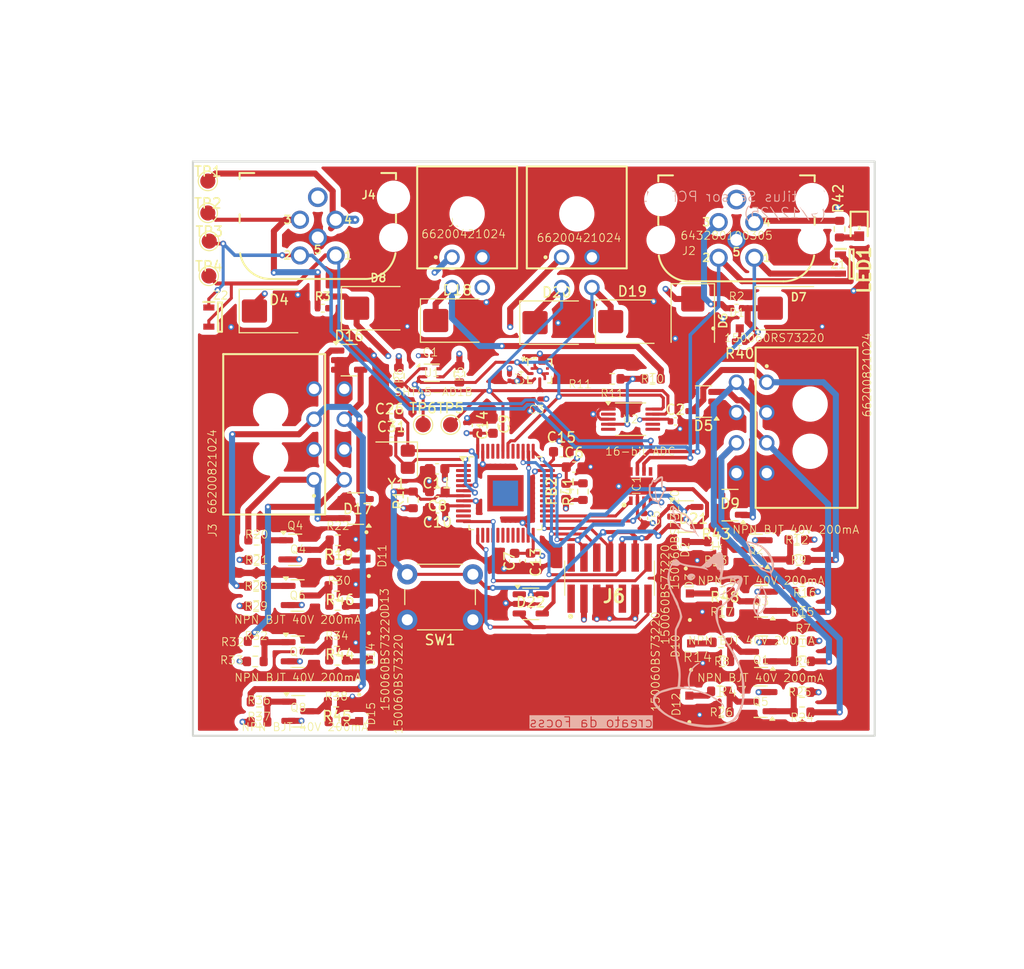
<source format=kicad_pcb>
(kicad_pcb (version 20241229) (generator "pcbnew") (generator_version "9.0")
  (layers (0 "F.Cu" signal) (4 "In1.Cu" signal) (6 "In2.Cu" signal) (2 "B.Cu" signal) (13 "F.Paste" user) (15 "B.Paste" user) (5 "F.SilkS" user "F.Silkscreen") (7 "B.SilkS" user "B.Silkscreen") (1 "F.Mask" user) (3 "B.Mask" user) (25 "Edge.Cuts" user))
  (net 0 "")
  (net 1 "GND")
  (net 2 "/sensor_stm/CAN.RX")
  (net 3 "/CAN_L")
  (net 4 "/SHDN")
  (net 5 "/CAN_H")
  (net 6 "/p_out")
  (net 8 "Net-(Q2-B)")
  (net 9 "Net-(Q3-B)")
  (net 10 "Net-(U2-AIN0)")
  (net 15 "/ls 2.1")
  (net 16 "/ls 1.1")
  (net 17 "/s 1.1")
  (net 18 "/s 2.1")
  (net 19 "Net-(D2-PadA)")
  (net 21 "Net-(D3-PadA)")
  (net 22 "Net-(J2-Pin_3)")
  (net 23 "Net-(D10-PadA)")
  (net 24 "Net-(D11-PadA)")
  (net 25 "Net-(D12-PadA)")
  (net 26 "Net-(D13-PadA)")
  (net 27 "Net-(Q1-B)")
  (net 28 "/s 3.1")
  (net 29 "/s 5.1")
  (net 30 "Net-(Q4-B)")
  (net 31 "/s 4.1")
  (net 32 "Net-(Q5-B)")
  (net 33 "Net-(Q6-B)")
  (net 34 "/s 6.1")
  (net 35 "/ls 3.1")
  (net 36 "/ls 5.1")
  (net 37 "/ls 4.1")
  (net 38 "/ls 6.1")
  (net 39 "Net-(D14-PadA)")
  (net 40 "Net-(D15-PadA)")
  (net 41 "/ls 7.1")
  (net 42 "/ls 8.1")
  (net 43 "Net-(Q7-B)")
  (net 44 "Net-(Q8-B)")
  (net 45 "/s 7.1")
  (net 46 "/s 8.1")
  (net 47 "+3.3V")
  (net 48 "/sensor_stm/OSC_IN")
  (net 49 "Net-(D1-PadA)")
  (net 50 "Net-(D9-PadA)")
  (net 51 "+5V")
  (net 52 "/sensor_stm/OSC_OUT")
  (net 54 "/sensor_stm/UART0.TX")
  (net 55 "/sensor_stm/JTAG_TDI")
  (net 56 "/sensor_stm/nRST")
  (net 57 "/sensor_stm/JTAG_TMS{slash}SWDIO")
  (net 58 "/sensor_stm/UART0.RX")
  (net 59 "/sensor_stm/JTAG_TDO{slash}SWD")
  (net 62 "/sensor_stm/JTAG_TCK{slash}SWCLK")
  (net 63 "/sensor_stm/SDA")
  (net 64 "/sensor_stm/SCL")
  (net 79 "/sensor_stm/CAN.TX")
  (net 93 "Net-(LED1-A)")
  (footprint "Package_TO_SOT_SMD:SOT-23-5" (layer "F.Cu") (at 184.43 89.65)
    (property "Reference" "D21")
    (property "Value" "710-82402374")
  )
  (footprint "Capacitor_SMD:C_0201_0603Metric" (layer "F.Cu") (at 169.68 78 180)
    (property "Reference" "C3")
    (property "Value" "100nF" (hide yes))
  )
  (footprint "Package_TO_SOT_SMD:SOT-23" (layer "F.Cu") (at 146.0625 108.95)
    (property "Reference" "Q8")
    (property "Value" "NPN BJT 40V 200mA")
  )
  (footprint "Resistor_SMD:R_0603_1608Metric" (layer "F.Cu") (at 196.05 102 180)
    (property "Reference" "R7" (hide yes))
    (property "Value" "27k" (hide yes))
  )
  (footprint "dz_con:Wuerth_WR_CIRCM_643280100305" (layer "F.Cu") (at 189.5 62.23223 180)
    (property "Reference" "J2")
    (property "Value" "643280100305")
  )
  (footprint "TestPoint:TestPoint_Pad_D1.5mm" (layer "F.Cu") (at 161.16 80.55)
    (property "Reference" "TP5")
    (property "Value" "Test Point")
  )
  (footprint "Resistor_SMD:R_0603_1608Metric" (layer "F.Cu") (at 188 109.05 180)
    (property "Reference" "R26" (hide yes))
    (property "Value" "1k" (hide yes))
  )
  (footprint "Capacitor_SMD:C_0603_1608Metric" (layer "F.Cu") (at 167.51 94.07 -90)
    (property "Reference" "C7")
    (property "Value" "10nF")
  )
  (footprint "Resistor_SMD:R_0603_1608Metric" (layer "F.Cu") (at 187.81 106.97 180)
    (property "Reference" "R47")
    (property "Value" "1k")
  )
  (footprint "dz_dio:LED_0603" (layer "F.Cu") (at 189 71)
    (property "Reference" "D1")
    (property "Value" "150060RS73220")
  )
  (footprint "Resistor_SMD:R_0402_1005Metric" (layer "F.Cu") (at 189.82 72.32 180)
    (property "Reference" "R40")
    (property "Value" "100")
  )
  (footprint "Resistor_SMD:R_0603_1608Metric" (layer "F.Cu") (at 149.8875 96.525)
    (property "Reference" "R30" (hide yes))
    (property "Value" "1k" (hide yes))
  )
  (footprint "Package_TO_SOT_SMD:SOT-23" (layer "F.Cu") (at 191.8875 108 180)
    (property "Reference" "Q5" (hide yes))
    (property "Value" "NPN BJT 40V 200mA")
  )
  (footprint "Diode_SMD:D_SMB" (layer "F.Cu") (at 154 69)
    (property "Reference" "D8")
    (property "Value" "SMBJ3.3A")
  )
  (footprint "dz_comm:TCAN3414DRBR" (layer "F.Cu") (at 180.005 86.63 90)
    (property "Reference" "IC1")
    (property "Value" "TCAN3414DRBR" (hide yes))
  )
  (footprint "Package_TO_SOT_SMD:SOT-23-5" (layer "F.Cu") (at 151.75 88.8625 180)
    (property "Reference" "D17")
    (property "Value" "710-82402374")
  )
  (footprint "dz_dio:Wuerth_LED_150060RS83000" (layer "F.Cu") (at 201.66 61.06 -90)
    (property "Reference" "LED1")
    (property "Value" "710-150060RS83000" (hide yes))
  )
  (footprint "Resistor_SMD:R_0603_1608Metric" (layer "F.Cu") (at 150 92)
    (property "Reference" "R22")
    (property "Value" "1k" (hide yes))
  )
  (footprint "Resistor_SMD:R_0603_1608Metric" (layer "F.Cu") (at 149.9 109.96)
    (property "Reference" "R45")
    (property "Value" "1k")
  )
  (footprint "dz_dio:LED_0603" (layer "F.Cu") (at 184.475 93 90)
    (property "Reference" "D2")
    (property "Value" "150060BS73220")
  )
  (footprint "Package_TO_SOT_SMD:SOT-23" (layer "F.Cu") (at 191.9375 103.05 180)
    (property "Reference" "Q1")
    (property "Value" "NPN BJT 40V 200mA")
  )
  (footprint "Diode_SMD:D_SMB" (layer "F.Cu") (at 143.87 69.28)
    (property "Reference" "D4")
    (property "Value" "SMBJ3.3A")
  )
  (footprint "TestPoint:TestPoint_Pad_D1.5mm" (layer "F.Cu") (at 137.1 56.4)
    (property "Reference" "TP1")
    (property "Value" "Test Point")
  )
  (footprint "dz_dio:LED_0603" (layer "F.Cu") (at 184.875 98.1 90)
    (property "Reference" "D3")
    (property "Value" "150060BS73220")
  )
  (footprint "Package_TO_SOT_SMD:SOT-23" (layer "F.Cu") (at 145.7625 92.95)
    (property "Reference" "Q4")
    (property "Value" "NPN BJT 40V 200mA" (hide yes))
  )
  (footprint "Resistor_SMD:R_0603_1608Metric" (layer "F.Cu") (at 188.05 99.1 180)
    (property "Reference" "R17" (hide yes))
    (property "Value" "1k" (hide yes))
  )
  (footprint "dz_dio:LED_0603" (layer "F.Cu") (at 152.825 93 -90)
    (property "Reference" "D11")
    (property "Value" "150060BS73220" (hide yes))
  )
  (footprint "Resistor_SMD:R_0603_1608Metric" (layer "F.Cu") (at 141.9375 93.95)
    (property "Reference" "R21" (hide yes))
    (property "Value" "27k" (hide yes))
  )
  (footprint "Sensor_Humidity:Sensirion_DFN-4_1.5x1.5mm_P0.8mm_SHT4x_NoCentralPad" (layer "F.Cu") (at 159.3 75.4)
    (property "Reference" "U1" (hide yes))
    (property "Value" "SHT45-AD1B")
  )
  (footprint "Button_Switch_THT:SW_PUSH_6mm" (layer "F.Cu") (at 163.37 99.88 180)
    (property "Reference" "SW1")
    (property "Value" "Button Switch SPST-No")
  )
  (footprint "Resistor_SMD:R_0603_1608Metric" (layer "F.Cu") (at 196.05 99.1 180)
    (property "Reference" "R15" (hide yes))
    (property "Value" "1k" (hide yes))
  )
  (footprint "Resistor_SMD:R_0603_1608Metric" (layer "F.Cu") (at 187.47 92.12 180)
    (property "Reference" "R43")
    (property "Value" "1k")
  )
  (footprint "Package_TO_SOT_SMD:SOT-23" (layer "F.Cu") (at 191.4125 92.95 180)
    (property "Reference" "Q2" (hide yes))
    (property "Value" "NPN BJT 40V 200mA")
  )
  (footprint "Resistor_SMD:R_0603_1608Metric" (layer "F.Cu") (at 174.28 87.18 90)
    (property "Reference" "R41")
    (property "Value" "0")
  )
  (footprint "Resistor_SMD:R_0603_1608Metric" (layer "F.Cu") (at 195.65 93.95 180)
    (property "Reference" "R9" (hide yes))
    (property "Value" "1k" (hide yes))
  )
  (footprint "dz_dio:LED_0603" (layer "F.Cu") (at 153.0625 97.35 -90)
    (property "Reference" "D13")
    (property "Value" "150060BS73220" (hide yes))
  )
  (footprint "TestPoint:TestPoint_Pad_D1.5mm" (layer "F.Cu") (at 137.24 62.35)
    (property "Reference" "TP3")
    (property "Value" "Test Point")
  )
  (footprint "Resistor_SMD:R_0603_1608Metric" (layer "F.Cu") (at 196 109.05 180)
    (property "Reference" "R24" (hide yes))
    (property "Value" "1k" (hide yes))
  )
  (footprint "dz_con:Wurth_66200421024" (layer "F.Cu") (at 173.67 60 180)
    (property "Reference" "J7")
    (property "Value" "66200421024")
  )
  (footprint "Package_TO_SOT_SMD:SOT-23-5" (layer "F.Cu") (at 169.11 98.3075)
    (property "Reference" "D22")
    (property "Value" "710-82402374")
  )
  (footprint "Resistor_SMD:R_0603_1608Metric" (layer "F.Cu") (at 150.065 93.96)
    (property "Reference" "R19")
    (property "Value" "1k")
  )
  (footprint "dz_con:Wuerth_WR_CIRCM_643280100305" (layer "F.Cu") (at 148 62 180)
    (property "Reference" "J4")
    (property "Value" "643280100305")
  )
  (footprint "Resistor_SMD:R_0603_1608Metric" (layer "F.Cu") (at 196.05 104 180)
    (property "Reference" "R4" (hide yes))
    (property "Value" "1k" (hide yes))
  )
  (footprint "Resistor_SMD:R_0603_1608Metric" (layer "F.Cu") (at 149.8875 102)
    (property "Reference" "R34")
    (property "Value" "1k" (hide yes))
  )
  (footprint "TestPoint:TestPoint_Pad_D1.5mm" (layer "F.Cu") (at 158.44 80.55)
    (property "Reference" "TP6")
    (property "Value" "Test Point")
  )
  (footprint "Capacitor_SMD:C_0402_1005Metric" (layer "F.Cu") (at 183.44 80.22)
    (property "Reference" "C2")
    (property "Value" "100nF")
  )
  (footprint "Resistor_SMD:R_0603_1608Metric" (layer "F.Cu") (at 141.81 104.01)
    (property "Reference" "R33")
    (property "Value" "27k" (hide yes))
  )
  (footprint "Resistor_SMD:R_0603_1608Metric" (layer "F.Cu") (at 149.96 98.42)
    (property "Reference" "R46")
    (property "Value" "1k")
  )
  (footprint "Resistor_SMD:R_0603_1608Metric" (layer "F.Cu") (at 141.8875 96.525)
    (property "Reference" "R28" (hide yes))
    (property "Value" "1k" (hide yes))
  )
  (footprint "dz_con:Wurth_66200821024" (layer "F.Cu") (at 196.45 80.84 90)
    (property "Reference" "J5" (hide yes))
    (property "Value" "66200821024")
  )
  (footprint "dz_con:FTSH-107-XX-YYY-DV" (layer "F.Cu") (at 176.92 95.755)
    (property "Reference" "J6")
    (property "Value" "FTSH-107-02-L-DV" (hide yes))
  )
  (footprint "Diode_SMD:D_SMB" (layer "F.Cu") (at 171.6825 70.43)
    (property "Reference" "D20")
    (property "Value" "SMBJ3.3A")
  )
  (footprint "Resistor_SMD:R_0402_1005Metric" (layer "F.Cu") (at 148.49 69)
    (property "Reference" "R3")
    (property "Value" "100")
  )
  (footprint "Diode_SMD:D_SMB" (layer "F.Cu") (at 185.17 70.2325 -90)
    (property "Reference" "D6")
    (property "Value" "SMBJ3.3A")
  )
  (footprint "Resistor_SMD:R_0603_1608Metric" (layer "F.Cu") (at 196 107.05 180)
    (property "Reference" "R25" (hide yes))
    (property "Value" "27k" (hide yes))
  )
  (footprint "TestPoint:TestPoint_Pad_D1.5mm" (layer "F.Cu") (at 137.1 59.56)
    (property "Reference" "TP2")
    (property "Value" "Test Point")
  )
  (footprint "Resistor_SMD:R_0603_1608Metric" (layer "F.Cu") (at 157.44 88 90)
    (property "Reference" "R1")
    (property "Value" "10k")
  )
  (footprint "Package_TO_SOT_SMD:SOT-23" (layer "F.Cu") (at 146 103.05)
    (property "Reference" "Q7" (hide yes))
    (property "Value" "NPN BJT 40V 200mA")
  )
  (footprint "Resistor_SMD:R_0603_1608Metric" (layer "F.Cu") (at 141.9375 91.95)
    (property "Reference" "R20")
    (property "Value" "1k" (hide yes))
  )
  (footprint "Crystal:Crystal_SMD_3225-4Pin_3.2x2.5mm" (layer "F.Cu") (at 155.82 83.97 180)
    (property "Reference" "Y1")
    (property "Value" "16.0MHz")
  )
  (footprint "Resistor_SMD:R_0603_1608Metric" (layer "F.Cu") (at 149.825 108)
    (property "Reference" "R38")
    (property "Value" "1k" (hide yes))
  )
  (footprint "Resistor_SMD:R_0603_1608Metric" (layer "F.Cu") (at 149.95 103.85)
    (property "Reference" "R44")
    (property "Value" "1k")
  )
  (footprint "Resistor_SMD:R_0603_1608Metric" (layer "F.Cu") (at 162.035 75.535 90)
    (property "Reference" "R5" (hide yes))
    (property "Value" "10k" (hide yes))
  )
  (footprint "Resistor_SMD:R_0603_1608Metric" (layer "F.Cu") (at 188.05 104 180)
    (property "Reference" "R8" (hide yes))
    (property "Value" "1k" (hide yes))
  )
  (footprint "Capacitor_SMD:C_0603_1608Metric" (layer "F.Cu") (at 169.09 94.05 -90)
    (property "Reference" "C13")
    (property "Value" "100nF")
  )
  (footprint "Resistor_SMD:R_0603_1608Metric" (layer "F.Cu") (at 141.8875 102)
    (property "Reference" "R32")
    (property "Value" "1k" (hide yes))
  )
  (footprint "Package_TO_SOT_SMD:SOT-23-5" (layer "F.Cu") (at 186.23 78.25 180)
    (property "Reference" "D5")
    (property "Value" "710-82402374")
  )
  (footprint "dz_con:Wurth_66200821024" (layer "F.Cu") (at 143.675 81.5 -90)
    (property "Reference" "J3")
    (property "Value" "66200821024")
  )
  (footprint "Capacitor_SMD:C_0603_1608Metric" (layer "F.Cu") (at 159.85 87.16 180)
    (property "Reference" "C8")
    (property "Value" "100nF")
  )
  (footprint "Resistor_SMD:R_0603_1608Metric" (layer "F.Cu") (at 142.175 110)
    (property "Reference" "R37" (hide yes))
    (property "Value" "27k" (hide yes))
  )
  (footprint "dz_dio:LED_0603" (layer "F.Cu") (at 185 103.05 90)
    (property "Reference" "D10")
    (property "Value" "150060BS73220")
  )
  (footprint "Resistor_SMD:R_0603_1608Metric" (layer "F.Cu") (at 181.175 76 180)
    (property "Reference" "R10" (hide yes))
    (property "Value" "100k" (hide yes))
  )
  (footprint "TestPoint:TestPoint_Pad_D1.5mm" (layer "F.Cu") (at 137.2 65.8)
    (property "Reference" "TP4")
    (property "Value" "Test Point")
  )
  (footprint "Package_TO_SOT_SMD:SOT-23" (layer "F.Cu") (at 191.9375 98.05 180)
    (property "Reference" "Q3" (hide yes))
    (property "Value" "NPN BJT 40V 200mA")
  )
  (footprint "Package_SO:VSSOP-10_3x3mm_P0.5mm" (layer "F.Cu") (at 179 80)
    (property "Reference" "U2" (hide yes))
    (property "Value" "16-bit ADC")
  )
  (footprint "Capacitor_SMD:C_0603_1608Metric" (layer "F.Cu") (at 155.31 81.27 180)
    (property "Reference" "C31")
    (property "Value" "10pF")
  )
  (footprint "Package_TO_SOT_SMD:SOT-23" (layer "F.Cu") (at 146 97.475)
    (property "Reference" "Q6" (hide yes))
    (property "Value" "NPN BJT 40V 200mA")
  )
  (footprint "dz_dio:SOT95P240X104-3N" (layer "F.Cu") (at 138.3 69.88)
    (property "Reference" "Z2")
    (property "Value" "824094024" (hide yes))
  )
  (footprint "Package_TO_SOT_SMD:SOT-23-5" (layer "F.Cu") (at 188.86 88.52 180)
    (property "Reference" "D9")
    (property "Value" "710-82402374")
  )
  (footprint "Package_TO_SOT_SMD:SOT-23-5" (layer "F.Cu") (at 151.11 74.1475)
    (property "Reference" "D16")
    (property "Value" "710-82402374")
  )
  (footprint "dz_dio:LED_0603" (layer "F.Cu") (at 184.825 108.225 90)
    (property "Reference" "D12")
    (property "Value" "150060BS73220" (hide yes))
  )
  (footprint "Capacitor_SMD:C_0603_1608Metric" (layer "F.Cu") (at 163.82 80.6 90)
    (property "Reference" "C14")
    (property "Value" "100nF")
  )
  (footprint "dz_sens:QFN10_BMP581_BOS" (layer "F.Cu") (at 170 75.225)
    (property "Reference" "U4" (hide yes))
    (property "Value" "BMP581")
  )
  (footprint "dz_dio:LED_0603" (layer "F.Cu") (at 153.0625 103 -90)
    (property "Reference" "D14")
    (property "Value" "150060BS73220")
  )
  (footprint "Capacitor_SMD:C_0603_1608Metric" (layer "F.Cu") (at 159.85 88.79 180)
    (property "Reference" "C10")
    (property "Value" "100nF")
  )
  (footprint "Resistor_SMD:R_0603_1608Metric" (layer "F.Cu") (at 187.96 102.12 180)
    (property "Reference" "R14")
    (property "Value" "1k")
  )
  (footprint "Diode_SMD:D_SMB" (layer "F.Cu") (at 161.8325 70.22)
    (property "Reference" "D18")
    (property "Value" "SMBJ3.3A")
  )
  (footprint "Resistor_SMD:R_0603_1608Metric" (layer "F.Cu") (at 141.8875 98.525)
    (property "Reference" "R29" (hide yes))
    (property "Value" "27k" (hide yes))
  )
  (footprint "dz_con:Wurth_66200421024" (layer "F.Cu") (at 162.8 60 180)
    (property "Reference" "J1")
    (property "Value" "66200421024")
  )
  (footprint "Capacitor_SMD:C_0402_1005Metric" (layer "F.Cu") (at 180.33 89.819997 -90)
    (property "Reference" "C5")
    (property "Value" "100nF" (hide yes))
  )
  (footprint "Resistor_SMD:R_0603_1608Metric" (layer "F.Cu") (at 187.475 94 180)
    (property "Reference" "R13" (hide yes))
    (property "Value" "1k")
  )
  (footprint "Capacitor_SMD:C_0603_1608Metric" (layer "F.Cu") (at 172.14 83.23)
    (property "Reference" "C15")
    (property "Value" "4.7nF")
  )
  (footprint "dz_dio:LED_0603" (layer "F.Cu") (at 152.1 109.1 -90)
    (property "Reference" "D15")
    (property "Value" "150060BS73220")
  )
  (footprint "Resistor_SMD:R_0603_1608Metric" (layer "F.Cu") (at 142.175 108)
    (property "Reference" "R36")
    (property "Value" "1k" (hide yes))
  )
  (footprint "Inductor_SMD:L_0603_1608Metric" (layer "F.Cu") (at 172.6 87.15 90)
    (property "Reference" "FB2")
    (property "Value" "100Ω@100MHz")
  )
  (footprint "Resistor_SMD:R_0603_1608Metric" (layer "F.Cu") (at 188.1 97.12 180)
    (property "Reference" "R48")
    (property "Value" "1k")
  )
  (footprint "Capacitor_SMD:C_0201_0603Metric" (layer "F.Cu") (at 159.035 73.71 180)
    (property "Reference" "C1")
    (property "Value" "100nF" (hide yes))
  )
  (footprint "Diode_SMD:D_SMB" (layer "F.Cu") (at 195 69)
    (property "Reference" "D7")
    (property "Value" "SMBJ3.3A")
  )
  (footprint "dz_dio:SOT95P240X104-3N" (layer "F.Cu") (at 200.91 64.62)
    (property "Reference" "Z1")
    (property "Value" "824094024" (hide yes))
  )
  (footprint "Resistor_SMD:R_0603_1608Metric" (layer "F.Cu") (at 199.72 61.16 -90)
    (property "Reference" "R42")
    (property "Value" "1k")
  )
  (footprint "Capacitor_SMD:C_0603_1608Metric" (layer "F.Cu") (at 155.25 79.5 180)
    (property "Reference" "C26")
    (property "Value" "10pF")
  )
  (footprint "Diode_SMD:D_SMB" (layer "F.Cu") (at 179.18 70.33)
    (property "Reference" "D19")
    (property "Value" "SMBJ3.3A")
  )
  (footprint "Capacitor_SMD:C_0201_0603Metric" (layer "F.Cu") (at 167 75.88 -90)
    (property "Reference" "C4")
    (property "Value" "100nF" (hide yes))
  )
  (footprint "Resistor_SMD:R_0402_1005Metric" (layer "F.Cu") (at 189.51 69)
    (property "Reference" "R2")
    (property "Value" "100" (hide yes))
  )
  (footprint "Capacitor_SMD:C_0603_1608Metric" (layer "F.Cu") (at 173.405 84.75)
    (property "Reference" "C6")
    (property "Value" "100nF")
  )
  (footprint "Capacitor_SMD:C_0603_1608Metric" (layer "F.Cu") (at 165.36 80.62 90)
    (property "Reference" "C9")
    (property "Value" "1uF")
  )
  (footprint "Resistor_SMD:R_0603_1608Metric" (layer "F.Cu") (at 195.475 91.95 180)
    (property "Reference" "R12" (hide yes))
    (property "Value" "27k" (hide yes))
  )
  (footprint "Resistor_SMD:R_0603_1608Metric" (layer "F.Cu") (at 156.035 75.71 90)
    (property "Reference" "R6" (hide yes))
    (property "Value" "10k" (hide yes))
  )
  (footprint "dz_mcu:STM32L451CET6" (layer "F.Cu") (at 166.6 87.34)
    (property "Reference" "U3" (hide yes))
    (property "Value" "STM32L451CET6")
  )
  (footprint "Resistor_SMD:R_0603_1608Metric" (layer "F.Cu") (at 196.05 97.1 180)
    (property "Reference" "R16")
    (property "Value" "27k" (hide yes))
  )
  (footprint "Resistor_SMD:R_0603_1608Metric" (layer "F.Cu") (at 177.175 76 180)
    (property "Reference" "R11")
    (property "Value" "100k" (hide yes))
  )
  (footprint "Capacitor_SMD:C_0603_1608Metric" (layer "F.Cu") (at 159.82 84.92 180)
    (property "Reference" "C11")
    (property "Value" "100nF")
  )
  (footprint "dz_art:giacomo_logo" (layer "B.Cu") (at 185.62 107.27 180)
    (property "Reference" "G***" (hide yes))
    (property "Value" "LOGO" (hide yes))
  )
  (gr_rect (start 135.62 54.46) (end 203.2 111.38) (stroke (width 0.2)) (fill no) (layer "Edge.Cuts"))
  (gr_text "Nautilus Sensor PCB v1\n(9/12/25)" (at 198.46 60.14 0) (layer "B.SilkS") (effects (font (size 1 1) (thickness 0.1)) (justify left bottom mirror)))
  (gr_text "creato da Focss" (at 181.3 110.63 0) (layer "B.SilkS" knockout) (effects (font (size 1 1) (thickness 0.1)) (justify left bottom mirror)))
  (segment (start 156.15 69) (end 156.15 70.08) (width 0.4) (layer "F.Cu") (net 1))
  (segment (start 175.65 99.8) (end 175.66 99.81) (width 0.6) (layer "F.Cu") (net 1))
  (segment (start 152.2475 73.1975) (end 153.0775 73.1975) (width 0.6) (layer "F.Cu") (net 1))
  (segment (start 159.075 86.165) (end 159.05 86.14) (width 0.6) (layer "F.Cu") (net 1))
  (segment (start 168.85 90.731176) (end 168.388824 90.27) (width 0.3) (layer "F.Cu") (net 1))
  (segment (start 185.955 98.925) (end 186.12 99.09) (width 0.4) (layer "F.Cu") (net 1))
  (segment (start 187.045 104.18) (end 187.225 104) (width 0.4) (layer "F.Cu") (net 1))
  (segment (start 152.56 91.91) (end 152.825 92.175) (width 0.4) (layer "F.Cu") (net 1))
  (segment (start 197.15 69.97) (end 198 70.82) (width 0.4) (layer "F.Cu") (net 1))
  (segment (start 167 76.2) (end 167.76 76.2) (width 0.3) (layer "F.Cu") (net 1))
  (segment (start 186.12 99.09) (end 187.215 99.09) (width 0.4) (layer "F.Cu") (net 1))
  (segment (start 188.175 71) (end 188.175 70.095) (width 0.6) (layer "F.Cu") (net 1))
  (segment (start 180.005 86.63) (end 177.85 86.63) (width 0.6) (layer "F.Cu") (net 1))
  (segment (start 202.01 66.38) (end 201.11 67.28) (width 0.6) (layer "F.Cu") (net 1))
  (segment (start 163.82 79.825) (end 162.865 79.825) (width 0.3) (layer "F.Cu") (net 1))
  (segment (start 197.15 69) (end 197.15 69.97) (width 0.4) (layer "F.Cu") (net 1))
  (segment (start 183.5625 89.92) (end 184.51 89.92) (width 0.4) (layer "F.Cu") (net 1))
  (segment (start 151.69 92) (end 151.78 91.91) (width 0.4) (layer "F.Cu") (net 1))
  (segment (start 149.9725 74.1475) (end 151.2975 74.1475) (width 0.6) (layer "F.Cu") (net 1))
  (segment (start 183.2925 89.65) (end 183.5625 89.92) (width 0.4) (layer "F.Cu") (net 1))
  (segment (start 185.61 94) (end 184.65 94) (width 0.4) (layer "F.Cu") (net 1))
  (segment (start 175.774 79.49) (end 175.31 79.49) (width 0.3) (layer "F.Cu") (net 1))
  (segment (start 151.61 102) (end 151.76 102.15) (width 0.4) (layer "F.Cu") (net 1))
  (segment (start 159.075 89.835) (end 159.06 89.85) (width 0.6) (layer "F.Cu") (net 1))
  (segment (start 152 108.03) (end 151.43 107.46) (width 0.4) (layer "F.Cu") (net 1))
  (segment (start 164.35 83.1775) (end 164.35 84.46) (width 0.3) (layer "F.Cu") (net 1))
  (segment (start 176.041176 79) (end 176.8 79) (width 0.3) (layer "F.Cu") (net 1))
  (segment (start 167.77 76.21) (end 169.288002 76.21) (width 0.3) (layer "F.Cu") (net 1))
  (segment (start 187.215 99.09) (end 187.225 99.1) (width 0.4) (layer "F.Cu") (net 1))
  (segment (start 172.915 83.145) (end 171.94 82.17) (width 0.3) (layer "F.Cu") (net 1))
  (segment (start 167.51 94.845) (end 169.07 94.845) (width 0.3) (layer "F.Cu") (net 1))
  (segment (start 179.68 88.08) (end 179.68 89.649997) (width 0.3) (layer "F.Cu") (net 1))
  (segment (start 172.915 83.23) (end 172.915 83.145) (width 0.3) (layer "F.Cu") (net 1))
  (segment (start 163.9825 70.22) (end 163.9825 69.1375) (width 0.6) (layer "F.Cu") (net 1))
  (segment (start 150.65 108) (end 150.89 108) (width 0.4) (layer "F.Cu") (net 1))
  (segment (start 170.7625 85.09) (end 169.606918 85.09) (width 0.3) (layer "F.Cu") (net 1))
  (segment (start 183.92 80.95) (end 183.91 80.96) (width 0.3) (layer "F.Cu") (net 1))
  (segment (start 169.36 78.863058) (end 169.028058 79.195) (width 0.3) (layer "F.Cu") (net 1))
  (segment (start 151.76 102.15) (end 153.0375 102.15) (width 0.4) (layer "F.Cu") (net 1))
  (segment (start 188.175 70.095) (end 188.16 70.08) (width 0.6) (layer "F.Cu") (net 1))
  (segment (start 150.825 92) (end 151.69 92) (width 0.4) (layer "F.Cu") (net 1))
  (segment (start 177.85 86.63) (end 177.83 86.65) (width 0.6) (layer "F.Cu") (net 1))
  (segment (start 169.606918 85.09) (end 169.517813 85.179105) (width 0.3) (layer "F.Cu") (net 1))
  (segment (start 151.605 96.525) (end 151.76 96.37) (width 0.4) (layer "F.Cu") (net 1))
  (segment (start 149.9725 75.0975) (end 149.9725 74.1475) (width 0.6) (layer "F.Cu") (net 1))
  (segment (start 176.92 97.79) (end 176.92 99.76) (width 0.6) (layer "F.Cu") (net 1))
  (segment (start 175.774 79.49) (end 175.774 79.267176) (width 0.3) (layer "F.Cu") (net 1))
  (segment (start 139.4 70.86) (end 139.41 70.87) (width 0.3) (layer "F.Cu") (net 1))
  (segment (start 146.02 69.28) (end 146.02 67.67) (width 0.6) (layer "F.Cu") (net 1))
  (segment (start 181.189997 90.299997) (end 181.19 90.3) (width 0.3) (layer "F.Cu") (net 1))
  (segment (start 150.89 108) (end 151.43 107.46) (width 0.4) (layer "F.Cu") (net 1))
  (segment (start 185.855 103.875) (end 186.16 104.18) (width 0.4) (layer "F.Cu") (net 1))
  (segment (start 186.65 94) (end 185.61 94) (width 0.4) (layer "F.Cu") (net 1))
  (segment (start 166.475 94.845) (end 166.45 94.82) (width 0.3) (layer "F.Cu") (net 1))
  (segment (start 151.76 91.91) (end 152.56 91.91) (width 0.4) (layer "F.Cu") (net 1))
  (segment (start 167.9725 98.3075) (end 166.7075 98.3075) (width 0.4) (layer "F.Cu") (net 1))
  (segment (start 202.01 64.62) (end 202.01 66.38) (width 0.6) (layer "F.Cu") (net 1))
  (segment (start 139.4 69.88) (end 139.4 70.86) (width 0.3) (layer "F.Cu") (net 1))
  (segment (start 151.2975 74.1475) (end 152.2475 73.1975) (width 0.6) (layer "F.Cu") (net 1))
  (segment (start 163.65 88.09) (end 163.66 88.1) (width 0.3) (layer "F.Cu") (net 1))
  (segment (start 152 108.175) (end 152 108.03) (width 0.4) (layer "F.Cu") (net 1))
  (segment (start 183.8125 72.3825) (end 183.43 72) (width 0.6) (layer "F.Cu") (net 1))
  (segment (start 151.78 91.91) (end 151.76 91.91) (width 0.4) (layer "F.Cu") (net 1))
  (segment (start 150.7125 102) (end 151.61 102) (width 0.4) (layer "F.Cu") (net 1))
  (segment (start 166.7075 98.3075) (end 166.63 98.23) (width 0.4) (layer "F.Cu") (net 1))
  (segment (start 170 74.451999) (end 170.499999 74.451999) (width 0.3) (layer "F.Cu") (net 1))
  (segment (start 162.4375 88.09) (end 163.65 88.09) (width 0.3) (layer "F.Cu") (net 1))
  (segment (start 171.84 70.43) (end 171.82 70.45) (width 0.6) (layer "F.Cu") (net 1))
  (segment (start 179.46 97.79) (end 179.46 99.77) (width 0.6) (layer "F.Cu") (net 1))
  (segment (start 156.15 70.08) (end 156.87 70.8) (width 0.4) (layer "F.Cu") (net 1))
  (segment (start 168.388824 90.27) (end 168.3 90.27) (width 0.3) (layer "F.Cu") (net 1))
  (segment (start 184.825 109.05) (end 185.6 109.05) (width 0.4) (layer "F.Cu") (net 1))
  (segment (start 173.8325 70.43) (end 171.84 70.43) (width 0.6) (layer "F.Cu") (net 1))
  (segment (start 185 103.875) (end 185.855 103.875) (width 0.4) (layer "F.Cu") (net 1))
  (segment (start 176.041176 80) (end 175.774 79.732824) (width 0.3) (layer "F.Cu") (net 1))
  (segment (start 181.33 70.33) (end 181.33 68.37) (width 0.6) (layer "F.Cu") (net 1))
  (segment (start 179.46 99.77) (end 179.45 99.78) (width 0.6) (layer "F.Cu") (net 1))
  (segment (start 153.0775 73.1975) (end 153.56 73.68) (width 0.6) (layer "F.Cu") (net 1))
  (segment (start 159.075 87.16) (end 159.075 86.165) (width 0.6) (layer "F.Cu") (net 1))
  (segment (start 181.33 68.37) (end 181.29 68.33) (width 0.6) (layer "F.Cu") (net 1))
  (segment (start 185.85 109.3) (end 186.925 109.3) (width 0.4) (layer "F.Cu") (net 1))
  (segment (start 175.01 84.75) (end 175.04 84.72) (width 0.6) (layer "F.Cu") (net 1))
  (segment (start 186.925 109.3) (end 187.175 109.05) (width 0.4) (layer "F.Cu") (net 1))
  (segment (start 170 73.51) (end 170.01 73.5) (width 0.3) (layer "F.Cu") (net 1))
  (segment (start 174.18 84.75) (end 175.01 84.75) (width 0.6) (layer "F.Cu") (net 1))
  (segment (start 165.34 79.825) (end 165.36 79.845) (width 0.3) (layer "F.Cu") (net 1))
  (segment (start 162.865 79.825) (end 162.8 79.89) (width 0.3) (layer "F.Cu") (net 1))
  (segment (start 179.68 88.08) (end 179.68 86.955) (width 0.3) (layer "F.Cu") (net 1))
  (segment (start 150.7125 96.525) (end 151.605 96.525) (width 0.4) (layer "F.Cu") (net 1))
  (segment (start 201.66 60.26) (end 200.41 59.01) (width 0.6) (layer "F.Cu") (net 1))
  (segment (start 169.07 94.845) (end 169.09 94.825) (width 0.3) (layer "F.Cu") (net 1))
  (segment (start 180.33 90.299997) (end 181.189997 90.299997) (width 0.3) (layer "F.Cu") (net 1))
  (segment (start 186.16 104.18) (end 187.045 104.18) (width 0.4) (layer "F.Cu") (net 1))
  (segment (start 169.288002 76.21) (end 169.500001 75.998001) (width 0.3) (layer "F.Cu") (net 1))
  (segment (start 167.76 76.2) (end 167.77 76.21) (width 0.3) (layer "F.Cu") (net 1))
  (segment (start 184.65 94) (end 184.475 93.825) (width 0.4) (layer "F.Cu") (net 1))
  (segment (start 176.8 80) (end 176.041176 80) (width 0.3) (layer "F.Cu") (net 1))
  (segment (start 159.045 84.92) (end 159.045 86.135) (width 0.6) (layer "F.Cu") (net 1))
  (segment (start 175.774 79.267176) (end 176.041176 79) (width 0.3) (layer "F.Cu") (net 1))
  (segment (start 163.82 79.825) (end 165.34 79.825) (width 0.3) (layer "F.Cu") (net 1))
  (segment (start 175.774 79.732824) (end 175.774 79.49) (width 0.3) (layer "F.Cu") (net 1))
  (segment (start 175.31 79.49) (end 175.3 79.5) (width 0.3) (layer "F.Cu") (net 1))
  (segment (start 170 74.451999) (end 170 73.51) (width 0.3) (layer "F.Cu") (net 1))
  (segment (start 169.36 78) (end 169.36 78.863058) (width 0.3) (layer "F.Cu") (net 1))
  (segment (start 183.92 80.22) (end 183.92 80.95) (width 0.3) (layer "F.Cu") (net 1))
  (segment (start 153.0375 102.15) (end 153.0625 102.175) (width 0.4) (layer "F.Cu") (net 1))
  (segment (start 175.65 97.79) (end 175.65 99.8) (width 0.6) (layer "F.Cu") (net 1))
  (segment (start 200.41 59.01) (end 199.54 59.01) (width 0.6) (layer "F.Cu") (net 1))
  (segment (start 179.68 89.649997) (end 180.33 90.299997) (width 0.3) (layer "F.Cu") (net 1))
  (segment (start 151.915 96.525) (end 151.76 96.37) (width 0.4) (layer "F.Cu") (net 1))
  (segment (start 168.85 91.5025) (end 168.85 90.731176) (width 0.3) (layer "F.Cu") (net 1))
  (segment (start 153.0625 96.525) (end 151.915 96.525) (width 0.4) (layer "F.Cu") (net 1))
  (segment (start 184.875 98.925) (end 185.955 98.925) (width 0.4) (layer "F.Cu") (net 1))
  (segment (start 179.68 86.955) (end 180.005 86.63) (width 0.3) (layer "F.Cu") (net 1))
  (segment (start 185.17 72.3825) (end 183.8125 72.3825) (width 0.6) (layer "F.Cu") (net 1))
  (segment (start 167.51 94.845) (end 166.475 94.845) (width 0.3) (layer "F.Cu") (net 1))
  (segment (start 185.6 109.05) (end 185.85 109.3) (width 0.4) (layer "F.Cu") (net 1))
  (segment (start 163.9825 69.1375) (end 164.71 68.41) (width 0.6) (layer "F.Cu") (net 1))
  (segment (start 159.045 86.135) (end 159.05 86.14) (width 0.6) (layer "F.Cu") (net 1))
  (segment (start 159.075 88.79) (end 159.075 89.835) (width 0.6) (layer "F.Cu") (net 1))
  (via (at 168.3 90.27) (size 0.6) (drill 0.3) (layers "F.Cu" "B.Cu") (net 1))
  (via (at 166.63 98.23) (size 0.6) (drill 0.3) (layers "F.Cu" "B.Cu") (net 1))
  (via (at 162.8 79.89) (size 0.6) (drill 0.3) (layers "F.Cu" "B.Cu") (net 1))
  (via (at 199.54 59.01) (size 0.6) (drill 0.3) (layers "F.Cu" "B.Cu") (net 1))
  (via (at 201.11 67.28) (size 0.6) (drill 0.3) (layers "F.Cu" "B.Cu") (net 1))
  (via (at 181.19 90.3) (size 0.6) (drill 0.3) (layers "F.Cu" "B.Cu") (net 1))
  (via (at 183.43 72) (size 0.6) (drill 0.3) (layers "F.Cu" "B.Cu") (net 1))
  (via (at 153.56 73.68) (size 0.6) (drill 0.3) (layers "F.Cu" "B.Cu") (net 1))
  (via (at 167.77 76.21) (size 0.6) (drill 0.3) (layers "F.Cu" "B.Cu") (net 1))
  (via (at 179.45 99.78) (size 0.5) (drill 0.3) (layers "F.Cu" "B.Cu") (net 1))
  (via (at 185.61 94) (size 0.5) (drill 0.3) (layers "F.Cu" "B.Cu") (net 1))
  (via (at 186.16 104.18) (size 0.5) (drill 0.3) (layers "F.Cu" "B.Cu") (net 1))
  (via (at 198 70.82) (size 0.5) (drill 0.3) (layers "F.Cu" "B.Cu") (net 1))
  (via (at 184.51 89.92) (size 0.6) (drill 0.3) (layers "F.Cu" "B.Cu") (net 1))
  (via (at 156.87 70.8) (size 0.5) (drill 0.3) (layers "F.Cu" "B.Cu") (net 1))
  (via (at 159.06 89.85) (size 0.5) (drill 0.3) (layers "F.Cu" "B.Cu") (net 1))
  (via (at 151.76 91.91) (size 0.5) (drill 0.3) (layers "F.Cu" "B.Cu") (net 1))
  (via (at 175.04 84.72) (size 0.5) (drill 0.3) (layers "F.Cu" "B.Cu") (net 1))
  (via (at 176.92 99.76) (size 0.5) (drill 0.3) (layers "F.Cu" "B.Cu") (net 1))
  (via (at 175.66 99.81) (size 0.5) (drill 0.3) (layers "F.Cu" "B.Cu") (net 1))
  (via (at 169.517813 85.179105) (size 0.6) (drill 0.3) (layers "F.Cu" "B.Cu") (net 1))
  (via (at 186.12 99.09) (size 0.5) (drill 0.3) (layers "F.Cu" "B.Cu") (net 1))
  (via (at 164.71 68.41) (size 0.6) (drill 0.3) (layers "F.Cu" "B.Cu") (net 1))
  (via (at 170.01 73.5) (size 0.6) (drill 0.3) (layers "F.Cu" "B.Cu") (net 1))
  (via (at 164.35 84.46) (size 0.6) (drill 0.3) (layers "F.Cu" "B.Cu") (net 1))
  (via (at 181.29 68.33) (size 0.6) (drill 0.3) (layers "F.Cu" "B.Cu") (net 1))
  (via (at 151.76 96.37) (size 0.5) (drill 0.3) (layers "F.Cu" "B.Cu") (net 1))
  (via (at 188.16 70.08) (size 0.6) (drill 0.3) (layers "F.Cu" "B.Cu") (net 1))
  (via (at 159.05 86.14) (size 0.5) (drill 0.3) (layers "F.Cu" "B.Cu") (net 1))
  (via (at 169.028058 79.195) (size 0.6) (drill 0.3) (layers "F.Cu" "B.Cu") (net 1))
  (via (at 166.45 94.82) (size 0.6) (drill 0.3) (layers "F.Cu" "B.Cu") (net 1))
  (via (at 183.91 80.96) (size 0.5) (drill 0.3) (layers "F.Cu" "B.Cu") (net 1))
  (via (at 177.83 86.65) (size 0.6) (drill 0.3) (layers "F.Cu" "B.Cu") (net 1))
  (via (at 139.41 70.87) (size 0.6) (drill 0.3) (layers "F.Cu" "B.Cu") (net 1))
  (via (at 171.94 82.17) (size 0.6) (drill 0.3) (layers "F.Cu" "B.Cu") (net 1))
  (via (at 175.3 79.5) (size 0.6) (drill 0.3) (layers "F.Cu" "B.Cu") (net 1))
  (via (at 163.66 88.1) (size 0.6) (drill 0.3) (layers "F.Cu" "B.Cu") (net 1))
  (via (at 185.85 109.3) (size 0.5) (drill 0.3) (layers "F.Cu" "B.Cu") (net 1))
  (via (at 151.43 107.46) (size 0.5) (drill 0.3) (layers "F.Cu" "B.Cu") (net 1))
  (via (at 171.82 70.45) (size 0.6) (drill 0.3) (layers "F.Cu" "B.Cu") (net 1))
  (via (at 146.02 67.67) (size 0.6) (drill 0.3) (layers "F.Cu" "B.Cu") (net 1))
  (via (at 151.76 102.15) (size 0.5) (drill 0.3) (layers "F.Cu" "B.Cu") (net 1))
  (segment (start 170.7625 90.09) (end 179.24 90.09) (width 0.3) (layer "F.Cu") (net 2))
  (segment (start 182.05 88.24) (end 181.14 88.24) (width 0.3) (layer "F.Cu") (net 2))
  (segment (start 179.24 90.09) (end 179.255737 90.074263) (width 0.3) (layer "F.Cu") (net 2))
  (segment (start 181.14 88.24) (end 180.98 88.08) (width 0.3) (layer "F.Cu") (net 2))
  (via (at 179.255737 90.074263) (size 0.6) (drill 0.3) (layers "F.Cu" "B.Cu") (net 2))
  (via (at 182.05 88.24) (size 0.6) (drill 0.3) (layers "F.Cu" "B.Cu") (net 2))
  (segment (start 179.255737 90.074263) (end 181.09 88.24) (width 0.3) (layer "B.Cu") (net 2))
  (segment (start 181.09 88.24) (end 182.05 88.24) (width 0.3) (layer "B.Cu") (net 2))
  (segment (start 184.92 83.83) (end 184.9 83.81) (width 0.35) (layer "F.Cu") (net 3))
  (segment (start 190.05323 66.321) (end 187.73223 64) (width 0.6) (layer "F.Cu") (net 3))
  (segment (start 146.23223 63.76777) (end 144.48777 63.76777) (width 0.35) (layer "F.Cu") (net 3))
  (segment (start 138.62 62.6) (end 137.49 62.6) (width 0.35) (layer "F.Cu") (net 3))
  (segment (start 200.811 64.671) (end 200.811 66.321) (width 0.6) (layer "F.Cu") (net 3))
  (segment (start 184.9 83.81) (end 180.925 83.81) (width 0.35) (layer "F.Cu") (net 3))
  (segment (start 180.33 84.405) (end 180.33 85.18) (width 0.35) (layer "F.Cu") (net 3))
  (segment (start 137.2 68.93) (end 137.2 68.073166) (width 0.3) (layer "F.Cu") (net 3))
  (segment (start 200.811 66.321) (end 190.05323 66.321) (width 0.6) (layer "F.Cu") (net 3))
  (segment (start 144.48777 63.76777) (end 144.47 63.75) (width 0.35) (layer "F.Cu") (net 3))
  (segment (start 137.49 62.6) (end 137.24 62.35) (width 0.35) (layer "F.Cu") (net 3))
  (segment (start 137.2 68.073166) (end 138.073166 67.2) (width 0.3) (layer "F.Cu") (net 3))
  (segment (start 180.925 83.81) (end 180.33 84.405) (width 0.35) (layer "F.Cu") (net 3))
  (segment (start 199.81 63.67) (end 200.811 64.671) (width 0.6) (layer "F.Cu") (net 3))
  (via (at 144.47 63.75) (size 0.6) (drill 0.3) (layers "F.Cu" "B.Cu") (net 3))
  (via (at 184.92 83.83) (size 0.6) (drill 0.3) (layers "F.Cu" "B.Cu") (net 3))
  (via (at 138.073166 67.2) (size 0.6) (drill 0.3) (layers "F.Cu" "B.Cu") (net 3))
  (via (at 138.62 62.6) (size 0.6) (drill 0.3) (layers "F.Cu" "B.Cu") (net 3))
  (segment (start 184.52 82.76) (end 173.5 82.76) (width 0.35) (layer "B.Cu") (net 3))
  (segment (start 187.73223 68.82777) (end 187.73223 64) (width 0.35) (layer "B.Cu") (net 3))
  (segment (start 149.32 65.65) (end 147.43777 63.76777) (width 0.35) (layer "B.Cu") (net 3))
  (segment (start 184.92 83.16) (end 184.52 82.76) (width 0.35) (layer "B.Cu") (net 3))
  (segment (start 169.71 78.97) (end 169.654058 78.97) (width 0.35) (layer "B.Cu") (net 3))
  (segment (start 139.77 63.75) (end 138.62 62.6) (width 0.35) (layer "B.Cu") (net 3))
  (segment (start 173.5 82.76) (end 169.71 78.97) (width 0.35) (layer "B.Cu") (net 3))
  (segment (start 147.43777 63.76777) (end 146.23223 63.76777) (width 0.35) (layer "B.Cu") (net 3))
  (segment (start 169.654058 78.935702) (end 169.287356 78.569) (width 0.35) (layer "B.Cu") (net 3))
  (segment (start 144.47 63.75) (end 139.77 63.75) (width 0.35) (layer "B.Cu") (net 3))
  (segment (start 168.402058 78.97) (end 157 78.97) (width 0.35) (layer "B.Cu") (net 3))
  (segment (start 184.92 71.64) (end 187.73223 68.82777) (width 0.35) (layer "B.Cu") (net 3))
  (segment (start 184.92 83.16) (end 184.92 71.64) (width 0.35) (layer "B.Cu") (net 3))
  (segment (start 169.287356 78.569) (end 168.76876 78.569) (width 0.35) (layer "B.Cu") (net 3))
  (segment (start 168.76876 78.569) (end 168.402058 78.935702) (width 0.35) (layer "B.Cu") (net 3))
  (segment (start 157 78.97) (end 149.32 71.29) (width 0.35) (layer "B.Cu") (net 3))
  (segment (start 149.32 71.29) (end 149.32 65.65) (width 0.35) (layer "B.Cu") (net 3))
  (segment (start 138.62 66.653166) (end 138.62 62.6) (width 0.3) (layer "B.Cu") (net 3))
  (segment (start 138.073166 67.2) (end 138.62 66.653166) (width 0.3) (layer "B.Cu") (net 3))
  (segment (start 168.402058 78.935702) (end 168.402058 78.97) (width 0.35) (layer "B.Cu") (net 3))
  (segment (start 169.654058 78.97) (end 169.654058 78.935702) (width 0.35) (layer "B.Cu") (net 3))
  (segment (start 184.92 83.83) (end 184.92 83.16) (width 0.35) (layer "B.Cu") (net 3))
  (segment (start 179.68 84.34648) (end 180.82248 83.204) (width 0.35) (layer "F.Cu") (net 5))
  (segment (start 139.43 66.55) (end 145.959346 66.55) (width 0.4) (layer "F.Cu") (net 5))
  (segment (start 181 82.135) (end 181 83.02648) (width 0.3) (layer "F.Cu") (net 5))
  (segment (start 181 83.02648) (end 180.82248 83.204) (width 0.3) (layer "F.Cu") (net 5))
  (segment (start 180.82248 83.204) (end 185.624 83.204) (width 0.35) (layer "F.Cu") (net 5))
  (segment (start 139.43 68) (end 139.43 66.55) (width 0.3) (layer "F.Cu") (net 5))
  (segment (start 137.2 70.23) (end 139.43 68) (width 0.3) (layer "F.Cu") (net 5))
  (segment (start 137.95 66.55) (end 139.43 66.55) (width 0.4) (layer "F.Cu") (net 5))
  (segment (start 148.741576 63.76777) (end 149.76777 63.76777) (width 0.4) (layer "F.Cu") (net 5))
  (segment (start 179.68 85.18) (end 179.68 84.34648) (width 0.35) (layer "F.Cu") (net 5))
  (segment (start 199.81 65.57) (end 192.83777 65.57) (width 0.6) (layer "F.Cu") (net 5))
  (segment (start 137.2 65.8) (end 137.95 66.55) (width 0.4) (layer "F.Cu") (net 5))
  (segment (start 185.624 83.204) (end 185.64 83.22) (width 0.35) (layer "F.Cu") (net 5))
  (segment (start 145.959346 66.55) (end 148.741576 63.76777) (width 0.4) (layer "F.Cu") (net 5))
  (segment (start 137.2 70.83) (end 137.2 70.23) (width 0.3) (layer "F.Cu") (net 5))
  (segment (start 192.83777 65.57) (end 191.26777 64) (width 0.6) (layer "F.Cu") (net 5))
  (via (at 185.64 83.22) (size 0.6) (drill 0.3) (layers "F.Cu" "B.Cu") (net 5))
  (via (at 181 82.135) (size 0.6) (drill 0.3) (layers "F.Cu" "B.Cu") (net 5))
  (segment (start 170.19 78.46) (end 173.865 82.135) (width 0.3) (layer "B.Cu") (net 5))
  (segment (start 169.484522 78.093) (end 169.851522 78.46) (width 0.3) (layer "B.Cu") (net 5))
  (segment (start 169.851522 78.46) (end 170.19 78.46) (width 0.3) (layer "B.Cu") (net 5))
  (segment (start 149.76777 63.76777) (end 150.08 64.08) (width 0.3) (layer "B.Cu") (net 5))
  (segment (start 168.204594 78.46) (end 168.571594 78.093) (width 0.3) (layer "B.Cu") (net 5))
  (segment (start 173.865 82.135) (end 181 82.135) (width 0.3) (layer "B.Cu") (net 5))
  (segment (start 150.08 64.08) (end 150.08 71.194206) (width 0.3) (layer "B.Cu") (net 5))
  (segment (start 168.571594 78.093) (end 169.484522 78.093) (width 0.3) (layer "B.Cu") (net 5))
  (segment (start 185.64 83.22) (end 185.64 76.45) (width 0.35) (layer "B.Cu") (net 5))
  (segment (start 150.08 71.194206) (end 157.345794 78.46) (width 0.3) (layer "B.Cu") (net 5))
  (segment (start 191.26777 70.82223) (end 191.26777 64) (width 0.35) (layer "B.Cu") (net 5))
  (segment (start 157.345794 78.46) (end 168.204594 78.46) (width 0.3) (layer "B.Cu") (net 5))
  (segment (start 185.64 76.45) (end 191.26777 70.82223) (width 0.35) (layer "B.Cu") (net 5))
  (segment (start 182 76) (end 182 75.11) (width 0.6) (layer "F.Cu") (net 6))
  (segment (start 159.6825 68.5675) (end 161.3 66.95) (width 0.6) (layer "F.Cu") (net 6))
  (segment (start 159.6825 70.22) (end 159.6825 68.5675) (width 0.6) (layer "F.Cu") (net 6))
  (segment (start 179.64 72.75) (end 166.24 72.75) (width 0.6) (layer "F.Cu") (net 6))
  (segment (start 181.35 74.46) (end 179.64 72.75) (width 0.6) (layer "F.Cu") (net 6))
  (segment (start 182 75.11) (end 181.35 74.46) (width 0.6) (layer "F.Cu") (net 6))
  (via (at 166.24 72.75) (size 0.6) (drill 0.3) (layers "F.Cu" "B.Cu") (net 6))
  (segment (start 161.3 69.99) (end 161.3 66.95) (width 0.6) (layer "B.Cu") (net 6))
  (segment (start 166.24 72.75) (end 164.06 72.75) (width 0.6) (layer "B.Cu") (net 6))
  (segment (start 164.06 72.75) (end 161.3 69.99) (width 0.6) (layer "B.Cu") (net 6))
  (segment (start 194.825 92.125) (end 194.65 91.95) (width 0.6) (layer "F.Cu") (net 8))
  (segment (start 192.35 93.9) (end 194.775 93.9) (width 0.6) (layer "F.Cu") (net 8))
  (segment (start 194.775 93.9) (end 194.825 93.95) (width 0.6) (layer "F.Cu") (net 8))
  (segment (start 194.825 93.95) (end 194.825 92.125) (width 0.6) (layer "F.Cu") (net 8))
  (segment (start 192.875 99) (end 195.125 99) (width 0.6) (layer "F.Cu") (net 9))
  (segment (start 195.125 99) (end 195.225 99.1) (width 0.6) (layer "F.Cu") (net 9))
  (segment (start 195.225 99.1) (end 195.225 97.1) (width 0.6) (layer "F.Cu") (net 9))
  (segment (start 176.8 80.5) (end 178.68 80.5) (width 0.3) (layer "F.Cu") (net 10))
  (segment (start 178 76) (end 180.35 76) (width 0.6) (layer "F.Cu") (net 10))
  (via (at 178.68 80.5) (size 0.6) (drill 0.3) (layers "F.Cu" "B.Cu") (net 10))
  (via (at 179.21 76.01) (size 0.6) (drill 0.3) (layers "F.Cu" "B.Cu") (net 10))
  (segment (start 178.68 80.5) (end 178.68 76.54) (width 0.3) (layer "B.Cu") (net 10))
  (segment (start 178.68 76.54) (end 179.21 76.01) (width 0.3) (layer "B.Cu") (net 10))
  (segment (start 190.003684 78.124) (end 191.284 79.404316) (width 0.6) (layer "F.Cu") (net 15))
  (segment (start 188.740316 77.3) (end 189.564316 78.124) (width 0.6) (layer "F.Cu") (net 15))
  (segment (start 187.3675 77.3) (end 188.740316 77.3) (width 0.6) (layer "F.Cu") (net 15))
  (segment (start 191.284 81.124) (end 192.5 82.34) (width 0.6) (layer "F.Cu") (net 15))
  (segment (start 191.284 79.404316) (end 191.284 81.124) (width 0.6) (layer "F.Cu") (net 15))
  (segment (start 189.564316 78.124) (end 190.003684 78.124) (width 0.6) (layer "F.Cu") (net 15))
  (segment (start 196.875 99.1) (end 198.58 99.1) (width 0.6) (layer "F.Cu") (net 15))
  (via (at 198.58 99.1) (size 0.6) (drill 0.3) (layers "F.Cu" "B.Cu") (net 15))
  (segment (start 198.58 99.1) (end 198.58 88.42) (width 0.6) (layer "B.Cu") (net 15))
  (segment (start 198.58 88.42) (end 192.5 82.34) (width 0.6) (layer "B.Cu") (net 15))
  (segment (start 199.33 93.95) (end 196.475 93.95) (width 0.6) (layer "F.Cu") (net 16))
  (segment (start 186.206 78.0865) (end 186.206 76.9449) (width 0.6) (layer "F.Cu") (net 16))
  (segment (start 185.0925 79.2) (end 186.206 78.0865) (width 0.6) (layer "F.Cu") (net 16))
  (segment (start 186.206 76.9449) (end 188.0269 75.124) (width 0.6) (layer "F.Cu") (net 16))
  (segment (start 199.35 93.93) (end 199.33 93.95) (width 0.6) (layer "F.Cu") (net 16))
  (segment (start 188.0269 75.124) (end 191.284 75.124) (width 0.6) (layer "F.Cu") (net 16))
  (segment (start 191.284 75.124) (end 192.5 76.34) (width 0.6) (layer "F.Cu") (net 16))
  (via (at 199.35 93.93) (size 0.6) (drill 0.3) (layers "F.Cu" "B.Cu") (net 16))
  (segment (start 199.35 77.58) (end 198.11 76.34) (width 0.6) (layer "B.Cu") (net 16))
  (segment (start 199.35 93.93) (end 199.35 77.58) (width 0.6) (layer "B.Cu") (net 16))
  (segment (start 198.11 76.34) (end 192.5 76.34) (width 0.6) (layer "B.Cu") (net 16))
  (segment (start 188.3 94) (end 188.3 92) (width 0.6) (layer "F.Cu") (net 17))
  (segment (start 190.475 92.95) (end 189.25 92.95) (width 0.6) (layer "F.Cu") (net 17))
  (segment (start 189.25 92.95) (end 188.3 92) (width 0.6) (layer "F.Cu") (net 17))
  (segment (start 188.875 99.1) (end 188.875 97.1) (width 0.6) (layer "F.Cu") (net 18))
  (segment (start 191 98.05) (end 189.825 98.05) (width 0.6) (layer "F.Cu") (net 18))
  (segment (start 189.825 98.05) (end 188.875 97.1) (width 0.6) (layer "F.Cu") (net 18))
  (segment (start 184.475 92.175) (end 186.475 92.175) (width 0.6) (layer "F.Cu") (net 19))
  (segment (start 186.475 92.175) (end 186.65 92) (width 0.6) (layer "F.Cu") (net 19))
  (segment (start 187.05 97.275) (end 187.225 97.1) (width 0.6) (layer "F.Cu") (net 21))
  (segment (start 184.875 97.275) (end 187.05 97.275) (width 0.6) (layer "F.Cu") (net 21))
  (segment (start 188.02 68.6) (end 188.42 69) (width 0.6) (layer "F.Cu") (net 22))
  (segment (start 186.96 68.6) (end 188.02 68.6) (width 0.6) (layer "F.Cu") (net 22))
  (segment (start 188.42 69) (end 189 69) (width 0.6) (layer "F.Cu") (net 22))
  (via (at 186.96 68.6) (size 0.6) (drill 0.3) (layers "F.Cu" "B.Cu") (net 22))
  (segment (start 186.28 67.92) (end 186.28 61.91669) (width 0.6) (layer "B.Cu") (net 22))
  (segment (start 186.96 68.6) (end 186.28 67.92) (width 0.6) (layer "B.Cu") (net 22))
  (segment (start 186.28 61.91669) (end 187.73223 60.46446) (width 0.6) (layer "B.Cu") (net 22))
  (segment (start 187 102.225) (end 187.225 102) (width 0.6) (layer "F.Cu") (net 23))
  (segment (start 185 102.225) (end 187 102.225) (width 0.6) (layer "F.Cu") (net 23))
  (segment (start 152.65 94) (end 152.825 93.825) (width 0.6) (layer "F.Cu") (net 24))
  (segment (start 150.825 94) (end 152.65 94) (width 0.6) (layer "F.Cu") (net 24))
  (segment (start 186.65 107.4) (end 187 107.05) (width 0.6) (layer "F.Cu") (net 25))
  (segment (start 184.825 107.4) (end 186.65 107.4) (width 0.6) (layer "F.Cu") (net 25))
  (segment (start 152.7125 98.525) (end 153.0625 98.175) (width 0.6) (layer "F.Cu") (net 26))
  (segment (start 150.7125 98.525) (end 152.7125 98.525) (width 0.6) (layer "F.Cu") (net 26))
  (segment (start 192.875 104) (end 195.225 104) (width 0.6) (layer "F.Cu") (net 27))
  (segment (start 195.225 102) (end 195.225 104) (width 0.6) (layer "F.Cu") (net 27))
  (segment (start 189.925 103.05) (end 188.875 102) (width 0.6) (layer "F.Cu") (net 28))
  (segment (start 188.875 104) (end 188.875 102) (width 0.6) (layer "F.Cu") (net 28))
  (segment (start 191 103.05) (end 189.925 103.05) (width 0.6) (layer "F.Cu") (net 28))
  (segment (start 149.175 94) (end 149.175 92) (width 0.6) (layer "F.Cu") (net 29))
  (segment (start 146.7 92.95) (end 148.225 92.95) (width 0.6) (layer "F.Cu") (net 29))
  (segment (start 148.225 92.95) (end 149.175 92) (width 0.6) (layer "F.Cu") (net 29))
  (segment (start 144.825 92) (end 142.8125 92) (width 0.6) (layer "F.Cu") (net 30))
  (segment (start 142.8125 92) (end 142.7625 91.95) (width 0.6) (layer "F.Cu") (net 30))
  (segment (start 142.7625 91.95) (end 142.7625 93.95) (width 0.6) (layer "F.Cu") (net 30))
  (segment (start 188.825 107.225) (end 188.65 107.05) (width 0.6) (layer "F.Cu") (net 31))
  (segment (start 188.825 109.05) (end 188.825 107.225) (width 0.6) (layer "F.Cu") (net 31))
  (segment (start 190.95 108) (end 189.6 108) (width 0.6) (layer "F.Cu") (net 31))
  (segment (start 189.6 108) (end 188.65 107.05) (width 0.6) (layer "F.Cu") (net 31))
  (segment (start 195.075 108.95) (end 195.175 109.05) (width 0.6) (layer "F.Cu") (net 32))
  (segment (start 192.825 108.95) (end 195.075 108.95) (width 0.6) (layer "F.Cu") (net 32))
  (segment (start 195.175 109.05) (end 195.175 107.05) (width 0.6) (layer "F.Cu") (net 32))
  (segment (start 142.7125 98.525) (end 142.7125 96.525) (width 0.6) (layer "F.Cu") (net 33))
  (segment (start 142.7125 96.525) (end 145.0625 96.525) (width 0.6) (layer "F.Cu") (net 33))
  (segment (start 149.0625 96.525) (end 149.0625 98.525) (width 0.6) (layer "F.Cu") (net 34))
  (segment (start 146.9375 97.475) (end 148.1125 97.475) (width 0.6) (layer "F.Cu") (net 34))
  (segment (start 148.1125 97.475) (end 149.0625 96.525) (width 0.6) (layer "F.Cu") (net 34))
  (segment (start 198.67 104.05) (end 198.62 104) (width 0.6) (layer "F.Cu") (net 35))
  (segment (start 190.9125 89.5125) (end 191.12 89.72) (width 0.6) (layer "F.Cu") (net 35))
  (segment (start 190.0475 89.5125) (end 190.9125 89.5125) (width 0.6) (layer "F.Cu") (net 35))
  (segment (start 198.62 104) (end 196.875 104) (width 0.6) (layer "F.Cu") (net 35))
  (via (at 191.12 89.72) (size 0.6) (drill 0.3) (layers "F.Cu" "B.Cu") (net 35))
  (via (at 198.67 104.05) (size 0.6) (drill 0.3) (layers "F.Cu" "B.Cu") (net 35))
  (segment (start 191.12 77.96) (end 189.5 76.34) (width 0.6) (layer "B.Cu") (net 35))
  (segment (start 198.665 101.855) (end 187.25 90.44) (width 0.6) (layer "B.Cu") (net 35))
  (segment (start 191.12 89.72) (end 191.12 77.96) (width 0.6) (layer "B.Cu") (net 35))
  (segment (start 187.25 78.59) (end 189.5 76.34) (width 0.6) (layer "B.Cu") (net 35))
  (segment (start 187.25 90.44) (end 187.25 78.59) (width 0.6) (layer "B.Cu") (net 35))
  (segment (start 198.67 103.65) (end 198.665 103.645) (width 0.6) (layer "B.Cu") (net 35))
  (segment (start 198.665 103.645) (end 198.665 101.855) (width 0.6) (layer "B.Cu") (net 35))
  (segment (start 198.67 104.05) (end 198.67 103.65) (width 0.6) (layer "B.Cu") (net 35))
  (segment (start 150.6125 89.8125) (end 148.0375 89.8125) (width 0.6) (layer "F.Cu") (net 36))
  (segment (start 141.1125 91.95) (end 141.1125 89.0675) (width 0.6) (layer "F.Cu") (net 36))
  (segment (start 141.1125 89.0675) (end 144.18 86) (width 0.6) (layer "F.Cu") (net 36))
  (segment (start 144.18 86) (end 147.625 86) (width 0.6) (layer "F.Cu") (net 36))
  (segment (start 148.0375 89.8125) (end 147.99 89.86) (width 0.6) (layer "F.Cu") (net 36))
  (via (at 147.99 89.86) (size 0.6) (drill 0.3) (layers "F.Cu" "B.Cu") (net 36))
  (segment (start 147.99 86.365) (end 147.625 86) (width 0.6) (layer "B.Cu") (net 36))
  (segment (start 147.99 89.86) (end 147.99 86.365) (width 0.6) (layer "B.Cu") (net 36))
  (segment (start 196.825 109.05) (end 199.72 109.05) (width 0.6) (layer "F.Cu") (net 37))
  (segment (start 199.72 109.05) (end 199.73 109.04) (width 0.6) (layer "F.Cu") (net 37))
  (segment (start 187.7725 84.0675) (end 189.5 82.34) (width 0.6) (layer "F.Cu") (net 37))
  (segment (start 187.7725 87.6125) (end 187.7725 84.0675) (width 0.6) (layer "F.Cu") (net 37))
  (via (at 199.73 109.04) (size 0.6) (drill 0.3) (layers "F.Cu" "B.Cu") (net 37))
  (segment (start 191.061037 93.128963) (end 191.038963 93.128963) (width 0.6) (layer "B.Cu") (net 37))
  (segment (start 191.038963 93.128963) (end 188.001 90.091) (width 0.6) (layer "B.Cu") (net 37))
  (segment (start 188.001 83.839) (end 189.5 82.34) (width 0.6) (layer "B.Cu") (net 37))
  (segment (start 199.73 109.04) (end 199.73 101.797926) (width 0.6) (layer "B.Cu") (net 37))
  (segment (start 188.001 90.091) (end 188.001 83.839) (width 0.6) (layer "B.Cu") (net 37))
  (segment (start 199.73 101.797926) (end 191.061037 93.128963) (width 0.6) (layer "B.Cu") (net 37))
  (segment (start 152.12 87.145) (end 152.12 79.98) (width 0.6) (layer "F.Cu") (net 38))
  (segment (start 139.54 81.49) (end 146.135 81.49) (width 0.6) (layer "F.Cu") (net 38))
  (segment (start 141.0625 96.525) (end 139.955 96.525) (width 0.6) (layer "F.Cu") (net 38))
  (segment (start 139.955 96.525) (end 139.94 96.51) (width 0.6) (layer "F.Cu") (net 38))
  (segment (start 152.8875 87.9125) (end 152.12 87.145) (width 0.6) (layer "F.Cu") (net 38))
  (segment (start 146.135 81.49) (end 147.625 80) (width 0.6) (layer "F.Cu") (net 38))
  (via (at 139.94 96.51) (size 0.6) (drill 0.3) (layers "F.Cu" "B.Cu") (net 38))
  (via (at 152.12 79.98) (size 0.6) (drill 0.3) (layers "F.Cu" "B.Cu") (net 38))
  (via (at 139.54 81.49) (size 0.6) (drill 0.3) (layers "F.Cu" "B.Cu") (net 38))
  (segment (start 152.12 79.98) (end 152.12 79.775316) (width 0.6) (layer "B.Cu") (net 38))
  (segment (start 152.12 79.775316) (end 151.128684 78.784) (width 0.6) (layer "B.Cu") (net 38))
  (segment (start 139.94 96.51) (end 139.499 96.069) (width 0.6) (layer "B.Cu") (net 38))
  (segment (start 148.841 78.784) (end 147.625 80) (width 0.6) (layer "B.Cu") (net 38))
  (segment (start 151.128684 78.784) (end 148.841 78.784) (width 0.6) (layer "B.Cu") (net 38))
  (segment (start 139.499 81.531) (end 139.54 81.49) (width 0.6) (layer "B.Cu") (net 38))
  (segment (start 139.499 96.069) (end 139.499 81.531) (width 0.6) (layer "B.Cu") (net 38))
  (segment (start 152.8875 104) (end 153.0625 103.825) (width 0.6) (layer "F.Cu") (net 39))
  (segment (start 150.7125 104) (end 152.8875 104) (width 0.6) (layer "F.Cu") (net 39))
  (segment (start 150.65 110) (end 151.825 110) (width 0.6) (layer "F.Cu") (net 40))
  (segment (start 151.825 110) (end 152 109.825) (width 0.6) (layer "F.Cu") (net 40))
  (segment (start 141.0625 102) (end 141.0625 101.8075) (width 0.6) (layer "F.Cu") (net 41))
  (segment (start 148.859 73.648501) (end 148.859 84.234) (width 0.6) (layer "F.Cu") (net 41))
  (segment (start 149.9725 73.1975) (end 149.310001 73.1975) (width 0.6) (layer "F.Cu") (net 41))
  (segment (start 141.0625 101.8075) (end 141.74 101.13) (width 0.6) (layer "F.Cu") (net 41))
  (segment (start 149.310001 73.1975) (end 148.859 73.648501) (width 0.6) (layer "F.Cu") (net 41))
  (segment (start 148.859 84.234) (end 150.625 86) (width 0.6) (layer "F.Cu") (net 41))
  (segment (start 147.935 88.69) (end 150.625 86) (width 0.6) (layer "F.Cu") (net 41))
  (segment (start 143.06 88.69) (end 147.935 88.69) (width 0.6) (layer "F.Cu") (net 41))
  (via (at 143.06 88.69) (size 0.6) (drill 0.3) (layers "F.Cu" "B.Cu") (net 41))
  (via (at 141.74 101.13) (size 0.6) (drill 0.3) (layers "F.Cu" "B.Cu") (net 41))
  (segment (start 141.74 101.13) (end 143.06 99.81) (width 0.6) (layer "B.Cu") (net 41))
  (segment (start 143.06 99.81) (end 143.06 88.69) (width 0.6) (layer "B.Cu") (net 41))
  (segment (start 152.2475 78.3775) (end 150.625 80) (width 0.6) (layer "F.Cu") (net 42))
  (segment (start 152.2475 75.0975) (end 152.2475 78.3775) (width 0.6) (layer "F.Cu") (net 42))
  (segment (start 152.01 106.76) (end 152.29 106.48) (width 0.6) (layer "F.Cu") (net 42))
  (segment (start 141.35 107.18) (end 141.77 106.76) (width 0.6) (layer "F.Cu") (net 42))
  (segment (start 141.77 106.76) (end 152.01 106.76) (width 0.6) (layer "F.Cu") (net 42))
  (segment (start 141.35 108) (end 141.35 107.18) (width 0.6) (layer "F.Cu") (net 42))
  (via (at 152.29 106.48) (size 0.6) (drill 0.3) (layers "F.Cu" "B.Cu") (net 42))
  (segment (start 152.46 106.31) (end 152.46 81.835) (width 0.6) (layer "B.Cu") (net 42))
  (segment (start 152.29 106.48) (end 152.46 106.31) (width 0.6) (layer "B.Cu") (net 42))
  (segment (start 152.46 81.835) (end 150.625 80) (width 0.6) (layer "B.Cu") (net 42))
  (segment (start 142.7125 104) (end 142.7125 102) (width 0.6) (layer "F.Cu") (net 43))
  (segment (start 145.0625 102.1) (end 142.8125 102.1) (width 0.6) (layer "F.Cu") (net 43))
  (segment (start 142.8125 102.1) (end 142.7125 102) (width 0.6) (layer "F.Cu") (net 43))
  (segment (start 143 110) (end 143 108) (width 0.6) (layer "F.Cu") (net 44))
  (segment (start 143 108) (end 145.125 108) (width 0.6) (layer "F.Cu") (net 44))
  (segment (start 146.9375 103.05) (end 148.0125 103.05) (width 0.6) (layer "F.Cu") (net 45))
  (segment (start 149.0625 104) (end 149.0625 102) (width 0.6) (layer "F.Cu") (net 45))
  (segment (start 148.0125 103.05) (end 149.0625 102) (width 0.6) (layer "F.Cu") (net 45))
  (segment (start 147 108.95) (end 148.05 108.95) (width 0.6) (layer "F.Cu") (net 46))
  (segment (start 148.05 108.95) (end 149 108) (width 0.6) (layer "F.Cu") (net 46))
  (segment (start 149 110) (end 149 108) (width 0.6) (layer "F.Cu") (net 46))
  (segment (start 160.595 85.995) (end 160.6 86) (width 0.6) (layer "F.Cu") (net 47))
  (segment (start 141.0625 98.525) (end 140.275 98.525) (width 0.6) (layer "F.Cu") (net 47))
  (segment (start 167.07 69.05) (end 167.07 70.86) (width 0.6) (layer "F.Cu") (net 47))
  (segment (start 171.365 83.23) (end 171.365 83.9875) (width 0.3) (layer "F.Cu") (net 47))
  (segment (start 163.84 81.395) (end 163.82 81.375) (width 0.3) (layer "F.Cu") (net 47))
  (segment (start 169.07 93.295) (end 169.09 93.275) (width 0.3) (layer "F.Cu") (net 47))
  (segment (start 156.03 73.75) (end 156.03 74.1) (width 0.6) (layer "F.Cu") (net 47))
  (segment (start 180.33 89.339997) (end 180.969997 89.339997) (width 0.3) (layer "F.Cu") (net 47))
  (segment (start 170.760301 75.475) (end 170.245 75.475) (width 0.25) (layer "F.Cu") (net 47))
  (segment (start 174.2725 86.3625) (end 174.28 86.355) (width 0.3) (layer "F.Cu") (net 47))
  (segment (start 196.875 102) (end 197.67 102) (width 0.6) (layer "F.Cu") (net 47))
  (segment (start 162.03 73.51) (end 162.03 73.84) (width 0.6) (layer "F.Cu") (net 47))
  (segment (start 172.6 87.9375) (end 172.6 88.85) (width 0.6) (layer "F.Cu") (net 47))
  (segment (start 197.67 102) (end 197.71 101.96) (width 0.6) (layer "F.Cu") (net 47))
  (segment (start 163.82 81.375) (end 162.755 81.375) (width 0.3) (layer "F.Cu") (net 47))
  (segment (start 141.1125 93.95) (end 140.26 93.95) (width 0.6) (layer "F.Cu") (net 47))
  (segment (start 171.365 83.9875) (end 170.7625 84.59) (width 0.3) (layer "F.Cu") (net 47))
  (segment (start 167 74.97) (end 167.01 74.96) (width 0.5) (layer "F.Cu") (net 47))
  (segment (start 190.653884 72.32) (end 191.611942 71.361942) (width 0.3) (layer "F.Cu") (net 47))
  (segment (start 174.28 88.005) (end 172.6675 88.005) (width 0.4) (layer "F.Cu") (net 47))
  (segment (start 170.499999 75.998001) (end 170.499999 75.729999) (width 0.25) (layer "F.Cu") (net 47))
  (segment (start 162.03 73.84) (end 162.035 73.845) (width 0.6) (layer "F.Cu") (net 47))
  (segment (start 143.65 65.48) (end 143.65 61.35) (width 0.6) (layer "F.Cu") (net 47))
  (segment (start 169.500001 74.451999) (end 169.500001 74.730001) (width 0.25) (layer "F.Cu") (net 47))
  (segment (start 197.62 107.05) (end 197.64 107.07) (width 0.6) (layer "F.Cu") (net 47))
  (segment (start 169.09 93.275) (end 169.975 93.275) (width 0.3) (layer "F.Cu") (net 47))
  (segment (start 160.925 84.59) (end 160.595 84.92) (width 0.3) (layer "F.Cu") (net 47))
  (segment (start 146.15 93.9) (end 146.16 93.89) (width 0.6) (layer "F.Cu") (net 47))
  (segment (start 172.17 63.95) (end 167.07 69.05) (width 0.6) (layer "F.Cu") (net 47))
  (segment (start 162.4375 88.59) (end 160.825 88.59) (width 0.3) (layer "F.Cu") (net 47))
  (segment (start 191.7 107.05) (end 191.69 107.06) (width 0.6) (layer "F.Cu") (net 47))
  (segment (start 169.500001 74.730001) (end 170 75.23) (width 0.25) (layer "F.Cu") (net 47))
  (segment (start 190.61 70.36) (end 191.611942 71.361942) (width 0.6) (layer "F.Cu") (net 47))
  (segment (start 145.0625 98.425) (end 146.395 98.425) (width 0.6) (layer "F.Cu") (net 47))
  (segment (start 190.61 69) (end 190.02 69) (width 0.6) (layer "F.Cu") (net 47))
  (segment (start 145.0625 104) (end 146.23 104) (width 0.6) (layer "F.Cu") (net 47))
  (segment (start 181.2 80) (end 182.74 80) (width 0.3) (layer "F.Cu") (net 47))
  (segment (start 147.98 67.84) (end 147.98 67.53) (width 0.6) (layer "F.Cu") (net 47))
  (segment (start 182.74 80) (end 182.96 80.22) (width 0.3) (layer "F.Cu") (net 47))
  (segment (start 192.85 69) (end 190.61 69) (width 0.6) (layer "F.Cu") (net 47))
  (segment (start 147.98 67.84) (end 150.69 67.84) (width 0.6) (layer "F.Cu") (net 47))
  (segment (start 191.34 92) (end 192.35 92) (width 0.6) (layer "F.Cu") (net 47))
  (segment (start 140.275 98.525) (end 140.24 98.49) (width 0.6) (layer "F.Cu") (net 47))
  (segment (start 192.875 97.1) (end 191.57 97.1) (width 0.6) (layer "F.Cu") (net 47))
  (segment (start 141.35 110) (end 140.54 110) (width 0.6) (layer "F.Cu") (net 47))
  (segment (start 162.755 81.375) (end 162.75 81.38) (width 0.3) (layer "F.Cu") (net 47))
  (segment (start 172.63 86.3325) (end 172.6 86.3625) (width 0.3) (layer "F.Cu") (net 47))
  (segment (start 163.82 81.375) (end 163.85013 81.40513) (width 0.3) (layer "F.Cu") (net 47))
  (segment (start 169.745 74.975) (end 170 75.23) (width 0.25) (layer "F.Cu") (net 47))
  (segment (start 145.125 109.9) (end 146.37 109.9) (width 0.6) (layer "F.Cu") (net 47))
  (segment (start 179.97 80) (end 179.91 80.06) (width 0.3) (layer "F.Cu") (net 47))
  (segment (start 169.239699 74.975) (end 169.745 74.975) (width 0.25) (layer "F.Cu") (net 47))
  (segment (start 163.85013 81.40513) (end 163.85013 83.1775) (width 0.3) (layer "F.Cu") (net 47))
  (segment (start 147.98 69) (end 147.98 67.84) (width 0.6) (layer "F.Cu") (net 47))
  (segment (start 180.969997 89.339997) (end 180.97 89.34) (width 0.3) (layer "F.Cu") (net 47))
  (segment (start 170.64 78) (end 170.65 77.99) (width 0.5) (layer "F.Cu") (net 47))
  (segment (start 160.595 84.92) (end 160.595 85.995) (width 0.6) (layer "F.Cu") (net 47))
  (segment (start 172.6 88.85) (end 172.59 88.86) (width 0.6) (layer "F.Cu") (net 47))
  (segment (start 156.03 74.1) (end 156.035 74.105) (width 0.6) (layer "F.Cu") (net 47))
  (segment (start 147.98 67.53) (end 147.98 65.45) (width 0.6) (layer "F.Cu") (net 47))
  (segment (start 180.33 88.079999) (end 180.33 89.339999) (width 0.35) (layer "F.Cu") (net 47))
  (segment (start 156.035 74.105) (end 156.035 74.885) (width 0.6) (layer "F.Cu") (net 47))
  (segment (start 190.61 69) (end 190.61 70.36) (width 0.6) (layer "F.Cu") (net 47))
  (segment (start 174.28 86.355) (end 172.6075 86.355) (width 0.4) (layer "F.Cu") (net 47))
  (segment (start 192.825 107.05) (end 191.7 107.05) (width 0.6) (layer "F.Cu") (net 47))
  (segment (start 167.51 93.295) (end 169.07 93.295) (width 0.3) (layer "F.Cu") (net 47))
  (segment (start 160 75.8) (end 160.44 75.8) (width 0.3) (layer "F.Cu") (net 47))
  (segment (start 137.14 59.49) (end 137.88223 60.23223) (width 0.4) (layer "F.Cu") (net 47))
  (segment (start 170 78) (end 170.64 78) (width 0.5) (layer "F.Cu") (net 47))
  (segment (start 160.625 88.79) (end 160.625 89.845) (width 0.6) (layer "F.Cu") (net 47))
  (segment (start 172.6675 88.005) (end 172.6 87.9375) (width 0.4) (layer "F.Cu") (net 47))
  (segment (start 157.44 88.825) (end 156.495 88.825) (width 0.6) (layer "F.Cu") (net 47))
  (segment (start 165.36 81.395) (end 163.84 81.395) (width 0.3) (layer "F.Cu") (net 47))
  (segment (start 146.37 109.9) (end 146.38 109.89) (width 0.6) (layer "F.Cu") (net 47))
  (segment (start 144.825 93.9) (end 146.15 93.9) (width 0.6) (layer "F.Cu") (net 47))
  (segment (start 161.53 74.71) (end 162.035 74.71) (width 0.3) (layer "F.Cu") (net 47))
  (segment (start 162.035 73.845) (end 162.035 74.71) (width 0.6) (layer "F.Cu") (net 47))
  (segment (start 197.57 97.1) (end 196.875 97.1) (width 0.6) (layer "F.Cu") (net 47))
  (segment (start 172.819739 84.75) (end 173.699108 83.870631) (width 0.4) (layer "F.Cu") (net 47))
  (segment (start 197.21 91.95) (end 197.23 91.93) (width 0.6) (layer "F.Cu") (net 47))
  (segment (start 169.35 91.5025) (end 169.35 93.015) (width 0.3) (layer "F.Cu") (net 47))
  (segment (start 192.875 102.1) (end 191.77 102.1) (width 0.6) (layer "F.Cu") (net 47))
  (segment (start 157.97 73.71) (end 158.715 73.71) (width 0.4) (layer "F.Cu") (net 47))
  (segment (start 172.47 84.59) (end 172.63 84.75) (width 0.3) (layer "F.Cu") (net 47))
  (segment (start 151.85 70.61) (end 154.98 73.74) (width 0.6) (layer "F.Cu") (net 47))
  (segment (start 196.825 107.05) (end 197.62 107.05) (width 0.6) (layer "F.Cu") (net 47))
  (segment (start 196.3 91.95) (end 197.21 91.95) (width 0.6) (layer "F.Cu") (net 47))
  (segment (start 181.2 80) (end 179.97 80) (width 0.3) (layer "F.Cu") (net 47))
  (segment (start 170.499999 75.729999) (end 170 75.23) (width 0.25) (layer "F.Cu") (net 47))
  (segment (start 147.98 65.45) (end 148 65.43) (width 0.6) (layer "F.Cu") (net 47))
  (segment (start 172.63 84.75) (end 172.63 86.3325) (width 0.3) (layer "F.Cu") (net 47))
  (segment (start 170.245 75.475) (end 170 75.23) (width 0.25) (layer "F.Cu") (net 47))
  (segment (start 172.6075 86.355) (end 172.6 86.3625) (width 0.4) (layer "F.Cu") (net 47))
  (segment (start 137.88223 60.23223) (end 146.23223 60.23223) (width 0.4) (layer "F.Cu") (net 47))
  (segment (start 170.7625 84.59) (end 172.47 84.59) (width 0.3) (layer "F.Cu") (net 47))
  (segment (start 162.4375 84.59) (end 160.925 84.59) (width 0.3) (layer "F.Cu") (net 47))
  (segment (start 174.38 97.79) (end 174.38 99.87) (width 0.6) (layer "F.Cu") (net 47))
  (segment (start 169.975 93.275) (end 170.25 93.55) (width 0.3) (layer "F.Cu") (net 47))
  (segment (start 140.26 93.95) (end 140.25 93.94) (width 0.6) (layer "F.Cu") (net 47))
  (segment (start 160.44 75.8) (end 161.53 74.71) (width 0.3) (layer "F.Cu") (net 47))
  (segment (start 190.33 72.32) (end 190.653884 72.32) (width 0.3) (layer "F.Cu") (net 47))
  (segment (start 167 75.56) (end 167 74.97) (width 0.5) (layer "F.Cu") (net 47))
  (segment (start 169.35 93.015) (end 169.09 93.275) (width 0.3) (layer "F.Cu") (net 47))
  (segment (start 150.69 67.84) (end 151.85 69) (width 0.6) (layer "F.Cu") (net 47))
  (segment (start 151.85 69) (end 151.85 70.61) (width 0.6) (layer "F.Cu") (net 47))
  (segment (start 141.0625 104) (end 140.26 104) (width 0.6) (layer "F.Cu") (net 47))
  (segment (start 172.63 84.75) (end 172.819739 84.75) (width 0.4) (layer "F.Cu") (net 47))
  (segment (start 144.76777 60.23223) (end 146.23223 60.23223) (width 0.6) (layer "F.Cu") (net 47))
  (segment (start 160.625 89.845) (end 160.63 89.85) (width 0.6) (layer "F.Cu") (net 47))
  (segment (start 160.825 88.59) (end 160.625 88.79) (width 0.3) (layer "F.Cu") (net 47))
  (segment (start 146.395 98.425) (end 146.41 98.41) (width 0.6) (layer "F.Cu") (net 47))
  (segment (start 156.495 88.825) (end 156.49 88.82) (width 0.6) (layer "F.Cu") (net 47))
  (segment (start 191.77 102.1) (end 191.75 102.12) (width 0.6) (layer "F.Cu") (net 47))
  (segment (start 143.65 61.35) (end 144.76777 60.23223) (width 0.6) (layer "F.Cu") (net 47))
  (via (at 167.07 70.86) (size 0.6) (drill 0.3) (layers "F.Cu" "B.Cu") (net 47))
  (via (at 140.25 93.94) (size 0.6) (drill 0.3) (layers "F.Cu" "B.Cu") (net 47))
  (via (at 191.75 102.12) (size 0.6) (drill 0.3) (layers "F.Cu" "B.Cu") (net 47))
  (via (at 170.65 77.99) (size 0.6) (drill 0.3) (layers "F.Cu" "B.Cu") (net 47))
  (via (at 143.65 65.48) (size 0.6) (drill 0.3) (layers "F.Cu" "B.Cu") (net 47))
  (via (at 191.611942 71.361942) (size 0.6) (drill 0.3) (layers "F.Cu" "B.Cu") (net 47))
  (via (at 191.34 92) (size 0.6) (drill 0.3) (layers "F.Cu" "B.Cu") (net 47))
  (via (at 146.23 104) (size 0.6) (drill 0.3) (layers "F.Cu" "B.Cu") (net 47))
  (via (at 148 65.43) (size 0.6) (drill 0.3) (layers "F.Cu" "B.Cu") (net 47))
  (via (at 197.57 97.1) (size 0.6) (drill 0.3) (layers "F.Cu" "B.Cu") (net 47))
  (via (at 162.03 73.51) (size 0.6) (drill 0.3) (layers "F.Cu" "B.Cu") (net 47))
  (via (at 170 75.23) (size 0.6) (drill 0.3) (layers "F.Cu" "B.Cu") (net 47))
  (via (at 160.63 89.85) (size 0.5) (drill 0.3) (layers "F.Cu" "B.Cu") (net 47))
  (via (at 191.69 107.06) (size 0.6) (drill 0.3) (layers "F.Cu" "B.Cu") (net 47))
  (via (at 146.38 109.89) (size 0.6) (drill 0.3) (layers "F.Cu" "B.Cu") (net 47))
  (via (at 156.49 88.82) (size 0.5) (drill 0.3) (layers "F.Cu" "B.Cu") (net 47))
  (via (at 197.23 91.93) (size 0.6) (drill 0.3) (layers "F.Cu" "B.Cu") (net 47))
  (via (at 162.75 81.38) (size 0.6) (drill 0.3) (layers "F.Cu" "B.Cu") (net 47))
  (via (at 173.699108 83.870631) (size 0.6) (drill 0.3) (layers "F.Cu" "B.Cu") (net 47))
  (via (at 191.57 97.1) (size 0.6) (drill 0.3) (layers "F.Cu" "B.Cu") (net 47))
  (via (at 146.41 98.41) (size 0.6) (drill 0.3) (layers "F.Cu" "B.Cu") (net 47))
  (via (at 174.38 99.87) (size 0.5) (drill 0.3) (layers "F.Cu" "B.Cu") (net 47))
  (via (at 170.25 93.55) (size 0.6) (drill 0.3) (layers "F.Cu" "B.Cu") (net 47))
  (via (at 156.03 73.75) (size 0.6) (drill 0.3) (layers "F.Cu" "B.Cu") (net 47))
  (via (at 197.71 101.96) (size 0.6) (drill 0.3) (layers "F.Cu" "B.Cu") (net 47))
  (via (at 180.97 89.34) (size 0.6) (drill 0.3) (layers "F.Cu" "B.Cu") (net 47))
  (via (at 140.24 98.49) (size 0.6) (drill 0.3) (layers "F.Cu" "B.Cu") (net 47))
  (via (at 146.16 93.89) (size 0.6) (drill 0.3) (layers "F.Cu" "B.Cu") (net 47))
  (via (at 140.54 110) (size 0.6) (drill 0.3) (layers "F.Cu" "B.Cu") (net 47))
  (via (at 197.64 107.07) (size 0.6) (drill 0.3) (layers "F.Cu" "B.Cu") (net 47))
  (via (at 172.59 88.86) (size 0.5) (drill 0.3) (layers "F.Cu" "B.Cu") (net 47))
  (via (at 160.6 86) (size 0.5) (drill 0.3) (layers "F.Cu" "B.Cu") (net 47))
  (via (at 157.97 73.71) (size 0.5) (drill 0.3) (layers "F.Cu" "B.Cu") (net 47))
  (via (at 140.26 104) (size 0.6) (drill 0.3) (layers "F.Cu" "B.Cu") (net 47))
  (via (at 179.91 80.06) (size 0.5) (drill 0.3) (layers "F.Cu" "B.Cu") (net 47))
  (via (at 167.01 74.96) (size 0.6) (drill 0.3) (layers "F.Cu" "B.Cu") (net 47))
  (via (at 154.98 73.74) (size 0.6) (drill 0.3) (layers "F.Cu" "B.Cu") (net 47))
  (segment (start 148 65.43) (end 143.7 65.43) (width 0.6) (layer "B.Cu") (net 47))
  (segment (start 143.7 65.43) (end 143.65 65.48) (width 0.6) (layer "B.Cu") (net 47))
  (segment (start 156.92 80.395) (end 156.92 83.12) (width 0.3) (layer "F.Cu") (net 48))
  (segment (start 162.4875 86.54) (end 162.4375 86.59) (width 0.3) (layer "F.Cu") (net 48))
  (segment (start 156.92 83.12) (end 163.19 83.12) (width 0.3) (layer "F.Cu") (net 48))
  (segment (start 156.025 79.5) (end 156.92 80.395) (width 0.3) (layer "F.Cu") (net 48))
  (segment (start 163.63 86.54) (end 162.4875 86.54) (width 0.3) (layer "F.Cu") (net 48))
  (segment (start 163.19 83.12) (end 163.26 83.19) (width 0.3) (layer "F.Cu") (net 48))
  (segment (start 163.26 83.19) (end 163.259982 83.190018) (width 0.3) (layer "F.Cu") (net 48))
  (segment (start 163.259982 83.190018) (end 163.24913 83.190018) (width 0.3) (layer "F.Cu") (net 48))
  (via (at 163.63 86.54) (size 0.6) (drill 0.3) (layers "F.Cu" "B.Cu") (net 48))
  (via (at 163.24913 83.190018) (size 0.6) (drill 0.3) (layers "F.Cu" "B.Cu") (net 48))
  (segment (start 163.7 83.640888) (end 163.24913 83.190018) (width 0.3) (layer "B.Cu") (net 48))
  (segment (start 163.63 86.54) (end 163.7 86.47) (width 0.3) (layer "B.Cu") (net 48))
  (segment (start 163.7 86.47) (end 163.7 83.640888) (width 0.3) (layer "B.Cu") (net 48))
  (segment (start 189.825 71.805) (end 189.31 72.32) (width 0.3) (layer "F.Cu") (net 49))
  (segment (start 189.825 71) (end 189.825 71.805) (width 0.3) (layer "F.Cu") (net 49))
  (segment (start 199.72 60.335) (end 191.39723 60.335) (width 0.6) (layer "F.Cu") (net 51))
  (segment (start 137.85 55.65) (end 147.73738 55.65) (width 0.6) (layer "F.Cu") (net 51))
  (segment (start 147.73738 55.65) (end 149.476 57.38862) (width 0.6) (layer "F.Cu") (net 51))
  (segment (start 149.476 57.38862) (end 149.476 60.924) (width 0.6) (layer "F.Cu") (net 51))
  (segment (start 137.1 56.4) (end 137.85 55.65) (width 0.6) (layer "F.Cu") (net 51))
  (segment (start 141.72 69.28) (end 141.72 68.57) (width 0.6) (layer "F.Cu") (net 51))
  (segment (start 191.39723 60.335) (end 191.26777 60.46446) (width 0.6) (layer "F.Cu") (net 51))
  (segment (start 183.4625 68.0825) (end 182.47 67.09) (width 0.6) (layer "F.Cu") (net 51))
  (segment (start 185.17 68.0825) (end 183.4625 68.0825) (width 0.6) (layer "F.Cu") (net 51))
  (segment (start 149.476 60.924) (end 149.31 61.09) (width 0.6) (layer "F.Cu") (net 51))
  (segment (start 141.72 68.57) (end 142.74 67.55) (width 0.6) (layer "F.Cu") (net 51))
  (via (at 182.47 67.09) (size 0.6) (drill 0.3) (layers "F.Cu" "B.Cu") (net 51))
  (via (at 142.74 67.55) (size 0.6) (drill 0.3) (layers "F.Cu" "B.Cu") (net 51))
  (via (at 159.58 65.47) (size 0.6) (drill 0.3) (layers "F.Cu" "B.Cu") (net 51))
  (via (at 151.71 60.24) (size 0.6) (drill 0.3) (layers "F.Cu" "B.Cu") (net 51))
  (segment (start 161.3 63.95) (end 161.1 63.95) (width 0.6) (layer "B.Cu") (net 51))
  (segment (start 151.70223 60.23223) (end 151.71 60.24) (width 0.8) (layer "B.Cu") (net 51))
  (segment (start 149.76777 60.23223) (end 151.70223 60.23223) (width 0.8) (layer "B.Cu") (net 51))
  (segment (start 161.1 63.95) (end 159.58 65.47) (width 0.6) (layer "B.Cu") (net 51))
  (segment (start 163.574863 87.287972) (end 163.376891 87.09) (width 0.3) (layer "F.Cu") (net 52))
  (segment (start 157.75 83.99) (end 162.632548 83.99) (width 0.3) (layer "F.Cu") (net 52))
  (segment (start 156.92 84.82) (end 157.75 83.99) (width 0.3) (layer "F.Cu") (net 52))
  (segment (start 156.085 81.27) (end 155.73 81.625) (width 0.3) (layer "F.Cu") (net 52))
  (segment (start 155.73 81.625) (end 155.73 83.63) (width 0.3) (layer "F.Cu") (net 52))
  (segment (start 163.376891 87.09) (end 162.4375 87.09) (width 0.3) (layer "F.Cu") (net 52))
  (segment (start 155.73 83.63) (end 156.92 84.82) (width 0.3) (layer "F.Cu") (net 52))
  (via (at 162.632548 83.99) (size 0.6) (drill 0.3) (layers "F.Cu" "B.Cu") (net 52))
  (via (at 163.574863 87.287972) (size 0.6) (drill 0.3) (layers "F.Cu" "B.Cu") (net 52))
  (segment (start 162.632548 86.392491) (end 163.528029 87.287972) (width 0.3) (layer "B.Cu") (net 52))
  (segment (start 163.528029 87.287972) (end 163.574863 87.287972) (width 0.3) (layer "B.Cu") (net 52))
  (segment (start 162.632548 83.99) (end 162.632548 86.392491) (width 0.3) (layer "B.Cu") (net 52))
  (segment (start 171.37 98.135) (end 171.37 96.01) (width 0.4) (layer "F.Cu") (net 54))
  (segment (start 180.73 93.72) (end 180.73 94.745) (width 0.3) (layer "F.Cu") (net 54))
  (segment (start 180.73 94.745) (end 179.465 96.01) (width 0.3) (layer "F.Cu") (net 54))
  (segment (start 171.37 96.01) (end 165.4 96.01) (width 0.3) (layer "F.Cu") (net 54))
  (segment (start 170.2475 99.2575) (end 171.37 98.135) (width 0.4) (layer "F.Cu") (net 54))
  (segment (start 162.4975 90.15) (end 162.4375 90.09) (width 0.3) (layer "F.Cu") (net 54))
  (segment (start 165.38 90.15) (end 162.4975 90.15) (width 0.3) (layer "F.Cu") (net 54))
  (segment (start 179.465 96.01) (end 171.37 96.01) (width 0.3) (layer "F.Cu") (net 54))
  (via (at 165.4 96.01) (size 0.5) (drill 0.3) (layers "F.Cu" "B.Cu") (net 54))
  (via (at 165.38 90.15) (size 0.5) (drill 0.3) (layers "F.Cu" "B.Cu") (net 54))
  (segment (start 165.4 96.01) (end 165.4 90.17) (width 0.3) (layer "B.Cu") (net 54))
  (segment (start 165.4 90.17) (end 165.38 90.15) (width 0.3) (layer "B.Cu") (net 54))
  (segment (start 178.18 93.71) (end 178.19 93.72) (width 0.4) (layer "F.Cu") (net 55))
  (segment (start 168.9 84.85) (end 168.9 83.2275) (width 0.3) (layer "F.Cu") (net 55))
  (segment (start 181.841 90.569654) (end 180.618279 91.792375) (width 0.4) (layer "F.Cu") (net 55))
  (segment (start 180.618279 91.792375) (end 180.11 91.792375) (width 0.4) (layer "F.Cu") (net 55))
  (segment (start 178.18 91.88) (end 178.18 93.71) (width 0.4) (layer "F.Cu") (net 55))
  (segment (start 183.2925 88.7) (end 182.867322 88.7) (width 0.4) (layer "F.Cu") (net 55))
  (segment (start 181.841 89.726322) (end 181.841 90.569654) (width 0.4) (layer "F.Cu") (net 55))
  (segment (start 170.926 95.416) (end 170.92 95.41) (width 0.3) (layer "F.Cu") (net 55))
  (segment (start 177.591 95.416) (end 170.926 95.416) (width 0.3) (layer "F.Cu") (net 55))
  (segment (start 182.867322 88.7) (end 181.841 89.726322) (width 0.4) (layer "F.Cu") (net 55))
  (segment (start 178.19 93.72) (end 178.19 94.817) (width 0.3) (layer "F.Cu") (net 55))
  (segment (start 168.9 83.2275) (end 168.85 83.1775) (width 0.3) (layer "F.Cu") (net 55))
  (segment (start 178.19 94.817) (end 177.591 95.416) (width 0.3) (layer "F.Cu") (net 55))
  (via (at 180.11 91.792375) (size 0.6) (drill 0.3) (layers "F.Cu" "B.Cu") (net 55))
  (via (at 178.18 91.88) (size 0.6) (drill 0.3) (layers "F.Cu" "B.Cu") (net 55))
  (via (at 170.92 95.41) (size 0.5) (drill 0.3) (layers "F.Cu" "B.Cu") (net 55))
  (via (at 168.9 84.85) (size 0.5) (drill 0.3) (layers "F.Cu" "B.Cu") (net 55))
  (segment (start 170.92 93.3) (end 168.9 91.28) (width 0.3) (layer "B.Cu") (net 55))
  (segment (start 170.92 95.41) (end 170.92 93.3) (width 0.3) (layer "B.Cu") (net 55))
  (segment (start 168.9 91.28) (end 168.9 84.85) (width 0.3) (layer "B.Cu") (net 55))
  (segment (start 178.267625 91.792375) (end 178.18 91.88) (width 0.4) (layer "B.Cu") (net 55))
  (segment (start 180.11 91.792375) (end 178.267625 91.792375) (width 0.4) (layer "B.Cu") (net 55))
  (segment (start 179.46 93.72) (end 179.46 91.65) (width 0.4) (layer "F.Cu") (net 56))
  (segment (start 160.78 87.59) (end 159.87011 87.59) (width 0.3) (layer "F.Cu") (net 56))
  (segment (start 162.4375 87.59) (end 160.78 87.59) (width 0.3) (layer "F.Cu") (net 56))
  (segment (start 158.201 87.936) (end 157.44 87.175) (width 0.3) (layer "F.Cu") (net 56))
  (segment (start 170.2475 97.3575) (end 169.1625 97.3575) (width 0.4) (layer "F.Cu") (net 56))
  (segment (start 159.52411 87.936) (end 158.201 87.936) (width 0.3) (layer "F.Cu") (net 56))
  (segment (start 163.37 95.38) (end 156.87 95.38) (width 0.3) (layer "F.Cu") (net 56))
  (segment (start 157.44 87.175) (end 155.515 87.175) (width 0.6) (layer "F.Cu") (net 56))
  (segment (start 165.35 96.72) (end 164.71 96.72) (width 0.4) (layer "F.Cu") (net 56))
  (segment (start 178.998235 91.188235) (end 176.261765 91.188235) (width 0.4) (layer "F.Cu") (net 56))
  (segment (start 169.1625 97.3575) (end 169.12 97.4) (width 0.4) (layer "F.Cu") (net 56))
  (segment (start 155.515 87.175) (end 155.5 87.19) (width 0.6) (layer "F.Cu") (net 56))
  (segment (start 164.71 96.72) (end 163.37 95.38) (width 0.4) (layer "F.Cu") (net 56))
  (segment (start 159.87011 87.59) (end 159.52411 87.936) (width 0.3) (layer "F.Cu") (net 56))
  (segment (start 160.625 87.16) (end 160.625 87.435) (width 0.3) (layer "F.Cu") (net 56))
  (segment (start 160.625 87.435) (end 160.78 87.59) (width 0.3) (layer "F.Cu") (net 56))
  (segment (start 179.46 91.65) (end 178.998235 91.188235) (width 0.4) (layer "F.Cu") (net 56))
  (via (at 176.261765 91.188235) (size 0.6) (drill 0.3) (layers "F.Cu" "B.Cu") (net 56))
  (via (at 165.35 96.72) (size 0.6) (drill 0.3) (layers "F.Cu" "B.Cu") (net 56))
  (via (at 155.5 87.19) (size 0.5) (drill 0.3) (layers "F.Cu" "B.Cu") (net 56))
  (via (at 169.12 97.4) (size 0.6) (drill 0.3) (layers "F.Cu" "B.Cu") (net 56))
  (segment (start 155.5 87.19) (end 155.53 87.22) (width 0.6) (layer "B.Cu") (net 56))
  (segment (start 155.53 87.22) (end 155.53 94.04) (width 0.6) (layer "B.Cu") (net 56))
  (segment (start 176.12353 91.33647) (end 170.74 96.72) (width 0.4) (layer "B.Cu") (net 56))
  (segment (start 170.74 96.72) (end 169.09 96.72) (width 0.4) (layer "B.Cu") (net 56))
  (segment (start 169.09 96.72) (end 165.35 96.72) (width 0.4) (layer "B.Cu") (net 56))
  (segment (start 155.53 94.04) (end 156.87 95.38) (width 0.6) (layer "B.Cu") (net 56))
  (segment (start 169.12 97.4) (end 169.12 96.75) (width 0.4) (layer "B.Cu") (net 56))
  (segment (start 176.261765 91.188235) (end 176.41 91.33647) (width 0.4) (layer "B.Cu") (net 56))
  (segment (start 169.12 96.75) (end 169.09 96.72) (width 0.4) (layer "B.Cu") (net 56))
  (segment (start 176.41 91.33647) (end 176.12353 91.33647) (width 0.4) (layer "B.Cu") (net 56))
  (segment (start 174.38 92.695) (end 173.615 91.93) (width 0.3) (layer "F.Cu") (net 57))
  (segment (start 170.774326 85.601826) (end 170.7625 85.59) (width 0.3) (layer "F.Cu") (net 57))
  (segment (start 171.951077 85.601826) (end 170.774326 85.601826) (width 0.3) (layer "F.Cu") (net 57))
  (segment (start 184.777587 88.7) (end 184.32319 89.154397) (width 0.4) (layer "F.Cu") (net 57))
  (segment (start 173.615 91.93) (end 171.71 91.93) (width 0.3) (layer "F.Cu") (net 57))
  (segment (start 185.5675 88.7) (end 184.777587 88.7) (width 0.4) (layer "F.Cu") (net 57))
  (segment (start 174.38 93.72) (end 174.38 92.695) (width 0.3) (layer "F.Cu") (net 57))
  (via (at 173.769862 91.980789) (size 0.6) (drill 0.3) (layers "F.Cu" "B.Cu") (net 57))
  (via (at 184.32319 89.154397) (size 0.6) (drill 0.3) (layers "F.Cu" "B.Cu") (net 57))
  (via (at 171.951077 85.601826) (size 0.5) (drill 0.3) (layers "F.Cu" "B.Cu") (net 57))
  (via (at 171.71 91.93) (size 0.5) (drill 0.3) (layers "F.Cu" "B.Cu") (net 57))
  (segment (start 171.71 91.93) (end 171.71 85.842903) (width 0.3) (layer "B.Cu") (net 57))
  (segment (start 178.23 90.45) (end 175.300651 90.45) (width 0.4) (layer "B.Cu") (net 57))
  (segment (start 184.32319 89.154397) (end 182.757793 87.589) (width 0.4) (layer "B.Cu") (net 57))
  (segment (start 171.71 85.842903) (end 171.951077 85.601826) (width 0.3) (layer "B.Cu") (net 57))
  (segment (start 175.300651 90.45) (end 173.769862 91.980789) (width 0.4) (layer "B.Cu") (net 57))
  (segment (start 178.23 90.179346) (end 178.23 90.45) (width 0.4) (layer "B.Cu") (net 57))
  (segment (start 180.820346 87.589) (end 178.23 90.179346) (width 0.4) (layer "B.Cu") (net 57))
  (segment (start 182.757793 87.589) (end 180.820346 87.589) (width 0.4) (layer "B.Cu") (net 57))
  (segment (start 180.73 99.349942) (end 179.469942 100.61) (width 0.3) (layer "F.Cu") (net 58))
  (segment (start 179.469942 100.61) (end 170.49 100.61) (width 0.3) (layer "F.Cu") (net 58))
  (segment (start 163.85 92.273824) (end 163.85 91.5025) (width 0.3) (layer "F.Cu") (net 58))
  (segment (start 169.325 100.61) (end 170.49 100.61) (width 0.4) (layer "F.Cu") (net 58))
  (segment (start 164.516176 92.94) (end 163.85 92.273824) (width 0.3) (layer "F.Cu") (net 58))
  (segment (start 170.49 100.61) (end 165.1 100.61) (width 0.3) (layer "F.Cu") (net 58))
  (segment (start 180.73 97.79) (end 180.73 99.349942) (width 0.3) (layer "F.Cu") (net 58))
  (segment (start 167.9725 99.2575) (end 169.325 100.61) (width 0.4) (layer "F.Cu") (net 58))
  (segment (start 164.67 92.94) (end 164.516176 92.94) (width 0.3) (layer "F.Cu") (net 58))
  (via (at 164.67 92.94) (size 0.5) (drill 0.3) (layers "F.Cu" "B.Cu") (net 58))
  (via (at 165.1 100.61) (size 0.5) (drill 0.3) (layers "F.Cu" "B.Cu") (net 58))
  (segment (start 164.67 100.18) (end 164.67 92.94) (width 0.3) (layer "B.Cu") (net 58))
  (segment (start 165.1 100.61) (end 164.67 100.18) (width 0.3) (layer "B.Cu") (net 58))
  (segment (start 176.92 92.695) (end 175.055 90.83) (width 0.3) (layer "F.Cu") (net 59))
  (segment (start 176.92 93.72) (end 176.92 92.695) (width 0.3) (layer "F.Cu") (net 59))
  (segment (start 175.055 90.83) (end 170.44 90.83) (width 0.3) (layer "F.Cu") (net 59))
  (segment (start 168.35 83.1775) (end 168.35 84.3) (width 0.3) (layer "F.Cu") (net 59))
  (segment (start 183.2925 90.6) (end 182.729894 90.6) (width 0.4) (layer "F.Cu") (net 59))
  (segment (start 177.019428 91.838235) (end 177.019428 93.620572) (width 0.4) (layer "F.Cu") (net 59))
  (segment (start 182.729894 90.6) (end 181.759947 91.569947) (width 0.4) (layer "F.Cu") (net 59))
  (segment (start 177.019428 93.620572) (end 176.92 93.72) (width 0.4) (layer "F.Cu") (net 59))
  (via (at 181.759947 91.569947) (size 0.6) (drill 0.3) (layers "F.Cu" "B.Cu") (net 59))
  (via (at 170.44 90.83) (size 0.5) (drill 0.3) (layers "F.Cu" "B.Cu") (net 59))
  (via (at 168.35 84.3) (size 0.5) (drill 0.3) (layers "F.Cu" "B.Cu") (net 59))
  (via (at 177.019428 91.838235) (size 0.6) (drill 0.3) (layers "F.Cu" "B.Cu") (net 59))
  (segment (start 181.331375 91.141375) (end 177.716288 91.141375) (width 0.4) (layer "B.Cu") (net 59))
  (segment (start 170.44 90.83) (end 170.44 85.15) (width 0.3) (layer "B.Cu") (net 59))
  (segment (start 169.59 84.3) (end 168.35 84.3) (width 0.3) (layer "B.Cu") (net 59))
  (segment (start 170.44 85.15) (end 169.59 84.3) (width 0.3) (layer "B.Cu") (net 59))
  (segment (start 181.759947 91.569947) (end 181.331375 91.141375) (width 0.4) (layer "B.Cu") (net 59))
  (segment (start 177.716288 91.141375) (end 177.019428 91.838235) (width 0.4) (layer "B.Cu") (net 59))
  (segment (start 185.181678 86.939) (end 182.23 86.939) (width 0.4) (layer "F.Cu") (net 62))
  (segment (start 174.407 91.38) (end 171.16 91.38) (width 0.3) (layer "F.Cu") (net 62))
  (segment (start 185.5675 90.6) (end 186.581 89.5865) (width 0.4) (layer "F.Cu") (net 62))
  (segment (start 186.581 88.338322) (end 185.181678 86.939) (width 0.4) (layer "F.Cu") (net 62))
  (segment (start 175.65 92.623) (end 174.407 91.38) (width 0.3) (layer "F.Cu") (net 62))
  (segment (start 170.1625 83.99) (end 169.35 83.1775) (width 0.3) (layer "F.Cu") (net 62))
  (segment (start 175.65 93.72) (end 175.65 92.623) (width 0.3) (layer "F.Cu") (net 62))
  (segment (start 170.245942 83.99) (end 170.1625 83.99) (width 0.3) (layer "F.Cu") (net 62))
  (segment (start 186.581 89.5865) (end 186.581 88.338322) (width 0.4) (layer "F.Cu") (net 62))
  (via (at 170.245942 83.99) (size 0.5) (drill 0.3) (layers "F.Cu" "B.Cu") (net 62))
  (via (at 182.23 86.939) (size 0.6) (drill 0.3) (layers "F.Cu" "B.Cu") (net 62))
  (via (at 171.16 91.38) (size 0.5) (drill 0.3) (layers "F.Cu" "B.Cu") (net 62))
  (segment (start 171.16 84.904058) (end 170.245942 83.99) (width 0.3) (layer "B.Cu") (net 62))
  (segment (start 171.109 91.431) (end 171.16 91.38) (width 0.4) (layer "B.Cu") (net 62))
  (segment (start 175.028943 89.461) (end 171.958943 92.531) (width 0.4) (layer "B.Cu") (net 62))
  (segment (start 171.461057 92.531) (end 171.109 92.178943) (width 0.4) (layer "B.Cu") (net 62))
  (segment (start 171.16 91.38) (end 171.16 84.904058) (width 0.3) (layer "B.Cu") (net 62))
  (segment (start 171.958943 92.531) (end 171.461057 92.531) (width 0.4) (layer "B.Cu") (net 62))
  (segment (start 179.057766 86.939) (end 176.535766 89.461) (width 0.4) (layer "B.Cu") (net 62))
  (segment (start 171.109 92.178943) (end 171.109 91.431) (width 0.4) (layer "B.Cu") (net 62))
  (segment (start 182.23 86.939) (end 179.057766 86.939) (width 0.4) (layer "B.Cu") (net 62))
  (segment (start 176.535766 89.461) (end 175.028943 89.461) (width 0.4) (layer "B.Cu") (net 62))
  (segment (start 182.7 79.23) (end 182.7 77.68) (width 0.3) (layer "F.Cu") (net 63))
  (segment (start 158.6 75) (end 158.11 75) (width 0.3) (layer "F.Cu") (net 63))
  (segment (start 170 75.998001) (end 170 76.89) (width 0.3) (layer "F.Cu") (net 63))
  (segment (start 161.16 80.55) (end 164.53 77.18) (width 0.3) (layer "F.Cu") (net 63))
  (segment (start 170 76.89) (end 170.28 77.17) (width 0.3) (layer "F.Cu") (net 63))
  (segment (start 170 76.89) (end 169.72 77.17) (width 0.3) (layer "F.Cu") (net 63))
  (segment (start 170.281 77.169) (end 170.28 77.17) (width 0.3) (layer "F.Cu") (net 63))
  (segment (start 166.35 83.1775) (end 166.35 78.52) (width 0.3) (layer "F.Cu") (net 63))
  (segment (start 156.575 76.535) (end 156.035 76.535) (width 0.3) (layer "F.Cu") (net 63))
  (segment (start 166.35 78.52) (end 165.01 77.18) (width 0.3) (layer "F.Cu") (net 63))
  (segment (start 182.43 79.5) (end 182.7 79.23) (width 0.3) (layer "F.Cu") (net 63))
  (segment (start 169.5325 69.5875) (end 172.17 66.95) (width 0.6) (layer "F.Cu") (net 63))
  (segment (start 164.53 77.18) (end 165.01 77.18) (width 0.3) (layer "F.Cu") (net 63))
  (segment (start 182.189 77.169) (end 170.281 77.169) (width 0.3) (layer "F.Cu") (net 63))
  (segment (start 182.7 77.68) (end 182.189 77.169) (width 0.3) (layer "F.Cu") (net 63))
  (segment (start 169.5325 70.43) (end 169.5325 69.5875) (width 0.6) (layer "F.Cu") (net 63))
  (segment (start 158.11 75) (end 156.575 76.535) (width 0.3) (layer "F.Cu") (net 63))
  (segment (start 169.72 77.17) (end 170.28 77.17) (width 0.3) (layer "F.Cu") (net 63))
  (segment (start 156.575 76.535) (end 157.21 77.17) (width 0.3) (layer "F.Cu") (net 63))
  (segment (start 157.21 77.17) (end 169.72 77.17) (width 0.3) (layer "F.Cu") (net 63))
  (segment (start 181.2 79.5) (end 182.43 79.5) (width 0.3) (layer "F.Cu") (net 63))
  (via (at 165.01 77.18) (size 0.6) (drill 0.3) (layers "F.Cu" "B.Cu") (net 63))
  (segment (start 165.01 77.18) (end 165.01 76.110057) (width 0.3) (layer "B.Cu") (net 63))
  (segment (start 172.17 68.950057) (end 172.17 66.95) (width 0.3) (layer "B.Cu") (net 63))
  (segment (start 165.01 76.110057) (end 172.17 68.950057) (width 0.3) (layer "B.Cu") (net 63))
  (segment (start 182.079 79) (end 182.249 78.83) (width 0.3) (layer "F.Cu") (net 64))
  (segment (start 182.249 77.899) (end 181.971 77.621) (width 0.3) (layer "F.Cu") (net 64))
  (segment (start 166.85 82.406176) (end 167.117176 82.139) (width 0.3) (layer "F.Cu") (net 64))
  (segment (start 181.971 77.621) (end 172.039 77.621) (width 0.3) (layer "F.Cu") (net 64))
  (segment (start 158.44 80.55) (end 158.44 77.85) (width 0.3) (layer "F.Cu") (net 64))
  (segment (start 168.875 75.475) (end 167.759 74.359) (width 0.3) (layer "F.Cu") (net 64))
  (segment (start 177.03 70.33) (end 177.03 68.81) (width 0.6) (layer "F.Cu") (net 64))
  (segment (start 169.239699 75.475) (end 168.875 75.475) (width 0.3) (layer "F.Cu") (net 64))
  (segment (start 167.521 82.139) (end 171.89 77.77) (width 0.3) (layer "F.Cu") (net 64))
  (segment (start 167.117176 82.139) (end 167.521 82.139) (width 0.3) (layer "F.Cu") (net 64))
  (segment (start 172.039 77.621) (end 171.89 77.77) (width 0.3) (layer "F.Cu") (net 64))
  (segment (start 157.945 76.235) (end 158.095 76.235) (width 0.3) (layer "F.Cu") (net 64))
  (segment (start 182.249 78.83) (end 182.249 77.899) (width 0.3) (layer "F.Cu") (net 64))
  (segment (start 158.6 75.8) (end 158.09 75.8) (width 0.3) (layer "F.Cu") (net 64))
  (segment (start 181.2 79) (end 182.079 79) (width 0.3) (layer "F.Cu") (net 64))
  (segment (start 158.22 76.36) (end 162.035 76.36) (width 0.3) (layer "F.Cu") (net 64))
  (segment (start 166.85 83.1775) (end 166.85 82.406176) (width 0.3) (layer "F.Cu") (net 64))
  (segment (start 163.63 76.36) (end 162.035 76.36) (width 0.3) (layer "F.Cu") (net 64))
  (segment (start 158.095 76.235) (end 158.22 76.36) (width 0.3) (layer "F.Cu") (net 64))
  (segment (start 177.03 68.81) (end 175.17 66.95) (width 0.6) (layer "F.Cu") (net 64))
  (segment (start 158.09 75.8) (end 157.98 75.91) (width 0.3) (layer "F.Cu") (net 64))
  (segment (start 167.759 74.359) (end 165.631 74.359) (width 0.3) (layer "F.Cu") (net 64))
  (segment (start 157.98 76.12) (end 158.095 76.235) (width 0.3) (layer "F.Cu") (net 64))
  (segment (start 158.44 77.85) (end 158.36 77.77) (width 0.3) (layer "F.Cu") (net 64))
  (segment (start 157.98 75.91) (end 157.98 76.12) (width 0.3) (layer "F.Cu") (net 64))
  (segment (start 157.61 76.57) (end 157.945 76.235) (width 0.3) (layer "F.Cu") (net 64))
  (segment (start 165.631 74.359) (end 163.63 76.36) (width 0.3) (layer "F.Cu") (net 64))
  (via (at 171.89 77.77) (size 0.6) (drill 0.3) (layers "F.Cu" "B.Cu") (net 64))
  (via (at 167.759 74.359) (size 0.6) (drill 0.3) (layers "F.Cu" "B.Cu") (net 64))
  (via (at 158.36 77.77) (size 0.6) (drill 0.3) (layers "F.Cu" "B.Cu") (net 64))
  (via (at 157.61 76.57) (size 0.6) (drill 0.3) (layers "F.Cu" "B.Cu") (net 64))
  (segment (start 167.759 74.359) (end 170.589 74.359) (width 0.3) (layer "B.Cu") (net 64))
  (segment (start 170.589 74.359) (end 171.89 75.66) (width 0.3) (layer "B.Cu") (net 64))
  (segment (start 158.36 77.77) (end 158.36 77.32) (width 0.3) (layer "B.Cu") (net 64))
  (segment (start 175.17 69.778) (end 170.589 74.359) (width 0.3) (layer "B.Cu") (net 64))
  (segment (start 175.17 66.95) (end 175.17 69.778) (width 0.3) (layer "B.Cu") (net 64))
  (segment (start 171.89 75.66) (end 171.89 77.77) (width 0.3) (layer "B.Cu") (net 64))
  (segment (start 158.36 77.32) (end 157.61 76.57) (width 0.3) (layer "B.Cu") (net 64))
  (segment (start 170.7625 89.59) (end 177.52 89.59) (width 0.3) (layer "F.Cu") (net 79))
  (segment (start 177.52 89.59) (end 179.03 88.08) (width 0.3) (layer "F.Cu") (net 79))
  (segment (start 199.72 61.985) (end 201.535 61.985) (width 0.6) (layer "F.Cu") (net 93))
  (segment (start 201.535 61.985) (end 201.66 61.86) (width 0.6) (layer "F.Cu") (net 93))
  (zone (net 1) (net_name "GND") (layers "F.Cu" "In1.Cu") (connect_pads yes (clearance 0.5)) (min_thickness 0.25) (fill yes (thermal_gap 0.5) (thermal_bridge_width 0.5) (smoothing fillet) (radius 1))
    (polygon (pts (xy 217.5 134.5) (xy 218 47.5) (xy 116.5 47) (xy 116.5 132.5)))
  )
)
</source>
